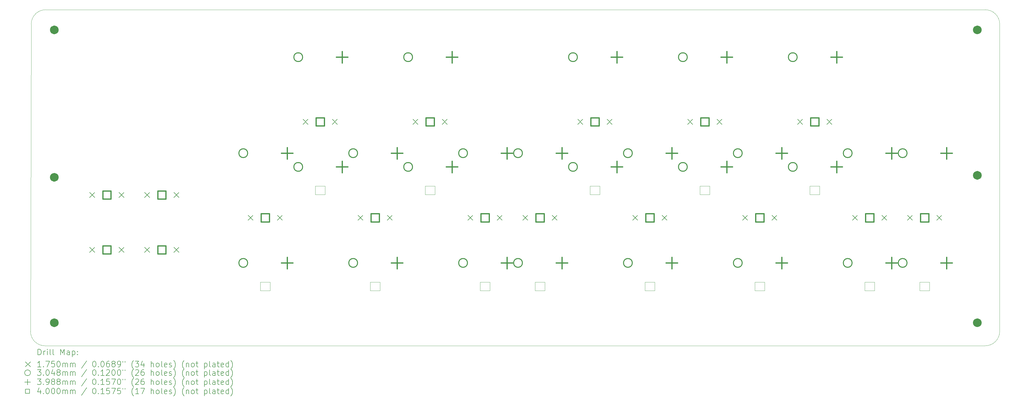
<source format=gbr>
%TF.GenerationSoftware,KiCad,Pcbnew,8.0.3*%
%TF.CreationDate,2024-07-07T23:06:26-07:00*%
%TF.ProjectId,melokey,6d656c6f-6b65-4792-9e6b-696361645f70,rev?*%
%TF.SameCoordinates,Original*%
%TF.FileFunction,Drillmap*%
%TF.FilePolarity,Positive*%
%FSLAX45Y45*%
G04 Gerber Fmt 4.5, Leading zero omitted, Abs format (unit mm)*
G04 Created by KiCad (PCBNEW 8.0.3) date 2024-07-07 23:06:26*
%MOMM*%
%LPD*%
G01*
G04 APERTURE LIST*
%ADD10C,0.050000*%
%ADD11C,1.525000*%
%ADD12C,0.010000*%
%ADD13C,0.200000*%
%ADD14C,0.175000*%
%ADD15C,0.304800*%
%ADD16C,0.398780*%
%ADD17C,0.400000*%
G04 APERTURE END LIST*
D10*
X6158875Y-24955625D02*
G75*
G02*
X5658875Y-24455625I0J500000D01*
G01*
X38758875Y-13287500D02*
G75*
G02*
X39258880Y-13787500I5J-500000D01*
G01*
X38758875Y-24955625D02*
X6158875Y-24955625D01*
D11*
X38559500Y-24155625D02*
G75*
G02*
X38407000Y-24155625I-76250J0D01*
G01*
X38407000Y-24155625D02*
G75*
G02*
X38559500Y-24155625I76250J0D01*
G01*
X6559500Y-19105625D02*
G75*
G02*
X6407000Y-19105625I-76250J0D01*
G01*
X6407000Y-19105625D02*
G75*
G02*
X6559500Y-19105625I76250J0D01*
G01*
D10*
X39258875Y-24455625D02*
G75*
G02*
X38758875Y-24955625I-499995J-5D01*
G01*
X39258875Y-13787500D02*
X39258875Y-24455625D01*
X5658875Y-24455625D02*
X5683250Y-13787500D01*
X5683250Y-13787500D02*
G75*
G02*
X6183250Y-13287500I500000J0D01*
G01*
D11*
X38559500Y-13987500D02*
G75*
G02*
X38407000Y-13987500I-76250J0D01*
G01*
X38407000Y-13987500D02*
G75*
G02*
X38559500Y-13987500I76250J0D01*
G01*
D10*
X6183250Y-13287500D02*
X38758875Y-13287500D01*
D11*
X38559500Y-19037500D02*
G75*
G02*
X38407000Y-19037500I-76250J0D01*
G01*
X38407000Y-19037500D02*
G75*
G02*
X38559500Y-19037500I76250J0D01*
G01*
X6559500Y-24155625D02*
G75*
G02*
X6407000Y-24155625I-76250J0D01*
G01*
X6407000Y-24155625D02*
G75*
G02*
X6559500Y-24155625I76250J0D01*
G01*
X6559500Y-13987500D02*
G75*
G02*
X6407000Y-13987500I-76250J0D01*
G01*
X6407000Y-13987500D02*
G75*
G02*
X6559500Y-13987500I76250J0D01*
G01*
D12*
X36485375Y-22741750D02*
X36825375Y-22741750D01*
X36485375Y-23041750D02*
X36485375Y-22741750D01*
X36825375Y-22741750D02*
X36825375Y-23041750D01*
X36825375Y-23041750D02*
X36485375Y-23041750D01*
X21245375Y-22741750D02*
X21585375Y-22741750D01*
X21245375Y-23041750D02*
X21245375Y-22741750D01*
X21585375Y-22741750D02*
X21585375Y-23041750D01*
X21585375Y-23041750D02*
X21245375Y-23041750D01*
X28865375Y-19408000D02*
X29205375Y-19408000D01*
X28865375Y-19708000D02*
X28865375Y-19408000D01*
X29205375Y-19408000D02*
X29205375Y-19708000D01*
X29205375Y-19708000D02*
X28865375Y-19708000D01*
X23150375Y-22741750D02*
X23490375Y-22741750D01*
X23150375Y-23041750D02*
X23150375Y-22741750D01*
X23490375Y-22741750D02*
X23490375Y-23041750D01*
X23490375Y-23041750D02*
X23150375Y-23041750D01*
X32675375Y-19408000D02*
X33015375Y-19408000D01*
X32675375Y-19708000D02*
X32675375Y-19408000D01*
X33015375Y-19408000D02*
X33015375Y-19708000D01*
X33015375Y-19708000D02*
X32675375Y-19708000D01*
X30770375Y-22741750D02*
X31110375Y-22741750D01*
X30770375Y-23041750D02*
X30770375Y-22741750D01*
X31110375Y-22741750D02*
X31110375Y-23041750D01*
X31110375Y-23041750D02*
X30770375Y-23041750D01*
X25055375Y-19408000D02*
X25395375Y-19408000D01*
X25055375Y-19708000D02*
X25055375Y-19408000D01*
X25395375Y-19408000D02*
X25395375Y-19708000D01*
X25395375Y-19708000D02*
X25055375Y-19708000D01*
X17435375Y-22741750D02*
X17775375Y-22741750D01*
X17435375Y-23041750D02*
X17435375Y-22741750D01*
X17775375Y-22741750D02*
X17775375Y-23041750D01*
X17775375Y-23041750D02*
X17435375Y-23041750D01*
X15530375Y-19408000D02*
X15870375Y-19408000D01*
X15530375Y-19708000D02*
X15530375Y-19408000D01*
X15870375Y-19408000D02*
X15870375Y-19708000D01*
X15870375Y-19708000D02*
X15530375Y-19708000D01*
X19340375Y-19408000D02*
X19680375Y-19408000D01*
X19340375Y-19708000D02*
X19340375Y-19408000D01*
X19680375Y-19408000D02*
X19680375Y-19708000D01*
X19680375Y-19708000D02*
X19340375Y-19708000D01*
X26960375Y-22741750D02*
X27300375Y-22741750D01*
X26960375Y-23041750D02*
X26960375Y-22741750D01*
X27300375Y-22741750D02*
X27300375Y-23041750D01*
X27300375Y-23041750D02*
X26960375Y-23041750D01*
X13625375Y-22741750D02*
X13965375Y-22741750D01*
X13625375Y-23041750D02*
X13625375Y-22741750D01*
X13965375Y-22741750D02*
X13965375Y-23041750D01*
X13965375Y-23041750D02*
X13625375Y-23041750D01*
X34580375Y-22741750D02*
X34920375Y-22741750D01*
X34580375Y-23041750D02*
X34580375Y-22741750D01*
X34920375Y-22741750D02*
X34920375Y-23041750D01*
X34920375Y-23041750D02*
X34580375Y-23041750D01*
D13*
D14*
X7707125Y-19629375D02*
X7882125Y-19804375D01*
X7882125Y-19629375D02*
X7707125Y-19804375D01*
X7707125Y-21534375D02*
X7882125Y-21709375D01*
X7882125Y-21534375D02*
X7707125Y-21709375D01*
X8723125Y-19629375D02*
X8898125Y-19804375D01*
X8898125Y-19629375D02*
X8723125Y-19804375D01*
X8723125Y-21534375D02*
X8898125Y-21709375D01*
X8898125Y-21534375D02*
X8723125Y-21709375D01*
X9612125Y-19629375D02*
X9787125Y-19804375D01*
X9787125Y-19629375D02*
X9612125Y-19804375D01*
X9612125Y-21534375D02*
X9787125Y-21709375D01*
X9787125Y-21534375D02*
X9612125Y-21709375D01*
X10628125Y-19629375D02*
X10803125Y-19804375D01*
X10803125Y-19629375D02*
X10628125Y-19804375D01*
X10628125Y-21534375D02*
X10803125Y-21709375D01*
X10803125Y-21534375D02*
X10628125Y-21709375D01*
X13199875Y-20423000D02*
X13374875Y-20598000D01*
X13374875Y-20423000D02*
X13199875Y-20598000D01*
X14215875Y-20423000D02*
X14390875Y-20598000D01*
X14390875Y-20423000D02*
X14215875Y-20598000D01*
X15104875Y-17089250D02*
X15279875Y-17264250D01*
X15279875Y-17089250D02*
X15104875Y-17264250D01*
X16120875Y-17089250D02*
X16295875Y-17264250D01*
X16295875Y-17089250D02*
X16120875Y-17264250D01*
X17009875Y-20423000D02*
X17184875Y-20598000D01*
X17184875Y-20423000D02*
X17009875Y-20598000D01*
X18025875Y-20423000D02*
X18200875Y-20598000D01*
X18200875Y-20423000D02*
X18025875Y-20598000D01*
X18914875Y-17089250D02*
X19089875Y-17264250D01*
X19089875Y-17089250D02*
X18914875Y-17264250D01*
X19930875Y-17089250D02*
X20105875Y-17264250D01*
X20105875Y-17089250D02*
X19930875Y-17264250D01*
X20819875Y-20423000D02*
X20994875Y-20598000D01*
X20994875Y-20423000D02*
X20819875Y-20598000D01*
X21835875Y-20423000D02*
X22010875Y-20598000D01*
X22010875Y-20423000D02*
X21835875Y-20598000D01*
X22724875Y-20423000D02*
X22899875Y-20598000D01*
X22899875Y-20423000D02*
X22724875Y-20598000D01*
X23740875Y-20423000D02*
X23915875Y-20598000D01*
X23915875Y-20423000D02*
X23740875Y-20598000D01*
X24629875Y-17089250D02*
X24804875Y-17264250D01*
X24804875Y-17089250D02*
X24629875Y-17264250D01*
X25645875Y-17089250D02*
X25820875Y-17264250D01*
X25820875Y-17089250D02*
X25645875Y-17264250D01*
X26534875Y-20423000D02*
X26709875Y-20598000D01*
X26709875Y-20423000D02*
X26534875Y-20598000D01*
X27550875Y-20423000D02*
X27725875Y-20598000D01*
X27725875Y-20423000D02*
X27550875Y-20598000D01*
X28439875Y-17089250D02*
X28614875Y-17264250D01*
X28614875Y-17089250D02*
X28439875Y-17264250D01*
X29455875Y-17089250D02*
X29630875Y-17264250D01*
X29630875Y-17089250D02*
X29455875Y-17264250D01*
X30344875Y-20423000D02*
X30519875Y-20598000D01*
X30519875Y-20423000D02*
X30344875Y-20598000D01*
X31360875Y-20423000D02*
X31535875Y-20598000D01*
X31535875Y-20423000D02*
X31360875Y-20598000D01*
X32249875Y-17089250D02*
X32424875Y-17264250D01*
X32424875Y-17089250D02*
X32249875Y-17264250D01*
X33265875Y-17089250D02*
X33440875Y-17264250D01*
X33440875Y-17089250D02*
X33265875Y-17264250D01*
X34154875Y-20423000D02*
X34329875Y-20598000D01*
X34329875Y-20423000D02*
X34154875Y-20598000D01*
X35170875Y-20423000D02*
X35345875Y-20598000D01*
X35345875Y-20423000D02*
X35170875Y-20598000D01*
X36059875Y-20423000D02*
X36234875Y-20598000D01*
X36234875Y-20423000D02*
X36059875Y-20598000D01*
X37075875Y-20423000D02*
X37250875Y-20598000D01*
X37250875Y-20423000D02*
X37075875Y-20598000D01*
D15*
X13187275Y-18268000D02*
G75*
G02*
X12882475Y-18268000I-152400J0D01*
G01*
X12882475Y-18268000D02*
G75*
G02*
X13187275Y-18268000I152400J0D01*
G01*
X13187275Y-22078000D02*
G75*
G02*
X12882475Y-22078000I-152400J0D01*
G01*
X12882475Y-22078000D02*
G75*
G02*
X13187275Y-22078000I152400J0D01*
G01*
X15092275Y-14934250D02*
G75*
G02*
X14787475Y-14934250I-152400J0D01*
G01*
X14787475Y-14934250D02*
G75*
G02*
X15092275Y-14934250I152400J0D01*
G01*
X15092275Y-18744250D02*
G75*
G02*
X14787475Y-18744250I-152400J0D01*
G01*
X14787475Y-18744250D02*
G75*
G02*
X15092275Y-18744250I152400J0D01*
G01*
X16997275Y-18268000D02*
G75*
G02*
X16692475Y-18268000I-152400J0D01*
G01*
X16692475Y-18268000D02*
G75*
G02*
X16997275Y-18268000I152400J0D01*
G01*
X16997275Y-22078000D02*
G75*
G02*
X16692475Y-22078000I-152400J0D01*
G01*
X16692475Y-22078000D02*
G75*
G02*
X16997275Y-22078000I152400J0D01*
G01*
X18902275Y-14934250D02*
G75*
G02*
X18597475Y-14934250I-152400J0D01*
G01*
X18597475Y-14934250D02*
G75*
G02*
X18902275Y-14934250I152400J0D01*
G01*
X18902275Y-18744250D02*
G75*
G02*
X18597475Y-18744250I-152400J0D01*
G01*
X18597475Y-18744250D02*
G75*
G02*
X18902275Y-18744250I152400J0D01*
G01*
X20807275Y-18268000D02*
G75*
G02*
X20502475Y-18268000I-152400J0D01*
G01*
X20502475Y-18268000D02*
G75*
G02*
X20807275Y-18268000I152400J0D01*
G01*
X20807275Y-22078000D02*
G75*
G02*
X20502475Y-22078000I-152400J0D01*
G01*
X20502475Y-22078000D02*
G75*
G02*
X20807275Y-22078000I152400J0D01*
G01*
X22712275Y-18268000D02*
G75*
G02*
X22407475Y-18268000I-152400J0D01*
G01*
X22407475Y-18268000D02*
G75*
G02*
X22712275Y-18268000I152400J0D01*
G01*
X22712275Y-22078000D02*
G75*
G02*
X22407475Y-22078000I-152400J0D01*
G01*
X22407475Y-22078000D02*
G75*
G02*
X22712275Y-22078000I152400J0D01*
G01*
X24617275Y-14934250D02*
G75*
G02*
X24312475Y-14934250I-152400J0D01*
G01*
X24312475Y-14934250D02*
G75*
G02*
X24617275Y-14934250I152400J0D01*
G01*
X24617275Y-18744250D02*
G75*
G02*
X24312475Y-18744250I-152400J0D01*
G01*
X24312475Y-18744250D02*
G75*
G02*
X24617275Y-18744250I152400J0D01*
G01*
X26522275Y-18268000D02*
G75*
G02*
X26217475Y-18268000I-152400J0D01*
G01*
X26217475Y-18268000D02*
G75*
G02*
X26522275Y-18268000I152400J0D01*
G01*
X26522275Y-22078000D02*
G75*
G02*
X26217475Y-22078000I-152400J0D01*
G01*
X26217475Y-22078000D02*
G75*
G02*
X26522275Y-22078000I152400J0D01*
G01*
X28427275Y-14934250D02*
G75*
G02*
X28122475Y-14934250I-152400J0D01*
G01*
X28122475Y-14934250D02*
G75*
G02*
X28427275Y-14934250I152400J0D01*
G01*
X28427275Y-18744250D02*
G75*
G02*
X28122475Y-18744250I-152400J0D01*
G01*
X28122475Y-18744250D02*
G75*
G02*
X28427275Y-18744250I152400J0D01*
G01*
X30332275Y-18268000D02*
G75*
G02*
X30027475Y-18268000I-152400J0D01*
G01*
X30027475Y-18268000D02*
G75*
G02*
X30332275Y-18268000I152400J0D01*
G01*
X30332275Y-22078000D02*
G75*
G02*
X30027475Y-22078000I-152400J0D01*
G01*
X30027475Y-22078000D02*
G75*
G02*
X30332275Y-22078000I152400J0D01*
G01*
X32237275Y-14934250D02*
G75*
G02*
X31932475Y-14934250I-152400J0D01*
G01*
X31932475Y-14934250D02*
G75*
G02*
X32237275Y-14934250I152400J0D01*
G01*
X32237275Y-18744250D02*
G75*
G02*
X31932475Y-18744250I-152400J0D01*
G01*
X31932475Y-18744250D02*
G75*
G02*
X32237275Y-18744250I152400J0D01*
G01*
X34142275Y-18268000D02*
G75*
G02*
X33837475Y-18268000I-152400J0D01*
G01*
X33837475Y-18268000D02*
G75*
G02*
X34142275Y-18268000I152400J0D01*
G01*
X34142275Y-22078000D02*
G75*
G02*
X33837475Y-22078000I-152400J0D01*
G01*
X33837475Y-22078000D02*
G75*
G02*
X34142275Y-22078000I152400J0D01*
G01*
X36047275Y-18268000D02*
G75*
G02*
X35742475Y-18268000I-152400J0D01*
G01*
X35742475Y-18268000D02*
G75*
G02*
X36047275Y-18268000I152400J0D01*
G01*
X36047275Y-22078000D02*
G75*
G02*
X35742475Y-22078000I-152400J0D01*
G01*
X35742475Y-22078000D02*
G75*
G02*
X36047275Y-22078000I152400J0D01*
G01*
D16*
X14555875Y-18068610D02*
X14555875Y-18467390D01*
X14356485Y-18268000D02*
X14755265Y-18268000D01*
X14555875Y-21878610D02*
X14555875Y-22277390D01*
X14356485Y-22078000D02*
X14755265Y-22078000D01*
X16460875Y-14734860D02*
X16460875Y-15133640D01*
X16261485Y-14934250D02*
X16660265Y-14934250D01*
X16460875Y-18544860D02*
X16460875Y-18943640D01*
X16261485Y-18744250D02*
X16660265Y-18744250D01*
X18365875Y-18068610D02*
X18365875Y-18467390D01*
X18166485Y-18268000D02*
X18565265Y-18268000D01*
X18365875Y-21878610D02*
X18365875Y-22277390D01*
X18166485Y-22078000D02*
X18565265Y-22078000D01*
X20270875Y-14734860D02*
X20270875Y-15133640D01*
X20071485Y-14934250D02*
X20470265Y-14934250D01*
X20270875Y-18544860D02*
X20270875Y-18943640D01*
X20071485Y-18744250D02*
X20470265Y-18744250D01*
X22175875Y-18068610D02*
X22175875Y-18467390D01*
X21976485Y-18268000D02*
X22375265Y-18268000D01*
X22175875Y-21878610D02*
X22175875Y-22277390D01*
X21976485Y-22078000D02*
X22375265Y-22078000D01*
X24080875Y-18068610D02*
X24080875Y-18467390D01*
X23881485Y-18268000D02*
X24280265Y-18268000D01*
X24080875Y-21878610D02*
X24080875Y-22277390D01*
X23881485Y-22078000D02*
X24280265Y-22078000D01*
X25985875Y-14734860D02*
X25985875Y-15133640D01*
X25786485Y-14934250D02*
X26185265Y-14934250D01*
X25985875Y-18544860D02*
X25985875Y-18943640D01*
X25786485Y-18744250D02*
X26185265Y-18744250D01*
X27890875Y-18068610D02*
X27890875Y-18467390D01*
X27691485Y-18268000D02*
X28090265Y-18268000D01*
X27890875Y-21878610D02*
X27890875Y-22277390D01*
X27691485Y-22078000D02*
X28090265Y-22078000D01*
X29795875Y-14734860D02*
X29795875Y-15133640D01*
X29596485Y-14934250D02*
X29995265Y-14934250D01*
X29795875Y-18544860D02*
X29795875Y-18943640D01*
X29596485Y-18744250D02*
X29995265Y-18744250D01*
X31700875Y-18068610D02*
X31700875Y-18467390D01*
X31501485Y-18268000D02*
X31900265Y-18268000D01*
X31700875Y-21878610D02*
X31700875Y-22277390D01*
X31501485Y-22078000D02*
X31900265Y-22078000D01*
X33605875Y-14734860D02*
X33605875Y-15133640D01*
X33406485Y-14934250D02*
X33805265Y-14934250D01*
X33605875Y-18544860D02*
X33605875Y-18943640D01*
X33406485Y-18744250D02*
X33805265Y-18744250D01*
X35510875Y-18068610D02*
X35510875Y-18467390D01*
X35311485Y-18268000D02*
X35710265Y-18268000D01*
X35510875Y-21878610D02*
X35510875Y-22277390D01*
X35311485Y-22078000D02*
X35710265Y-22078000D01*
X37415875Y-18068610D02*
X37415875Y-18467390D01*
X37216485Y-18268000D02*
X37615265Y-18268000D01*
X37415875Y-21878610D02*
X37415875Y-22277390D01*
X37216485Y-22078000D02*
X37615265Y-22078000D01*
D17*
X8444048Y-19858298D02*
X8444048Y-19575452D01*
X8161202Y-19575452D01*
X8161202Y-19858298D01*
X8444048Y-19858298D01*
X8444048Y-21763298D02*
X8444048Y-21480452D01*
X8161202Y-21480452D01*
X8161202Y-21763298D01*
X8444048Y-21763298D01*
X10349048Y-19858298D02*
X10349048Y-19575452D01*
X10066202Y-19575452D01*
X10066202Y-19858298D01*
X10349048Y-19858298D01*
X10349048Y-21763298D02*
X10349048Y-21480452D01*
X10066202Y-21480452D01*
X10066202Y-21763298D01*
X10349048Y-21763298D01*
X13936798Y-20651923D02*
X13936798Y-20369077D01*
X13653952Y-20369077D01*
X13653952Y-20651923D01*
X13936798Y-20651923D01*
X15841798Y-17318173D02*
X15841798Y-17035327D01*
X15558952Y-17035327D01*
X15558952Y-17318173D01*
X15841798Y-17318173D01*
X17746798Y-20651923D02*
X17746798Y-20369077D01*
X17463952Y-20369077D01*
X17463952Y-20651923D01*
X17746798Y-20651923D01*
X19651798Y-17318173D02*
X19651798Y-17035327D01*
X19368952Y-17035327D01*
X19368952Y-17318173D01*
X19651798Y-17318173D01*
X21556798Y-20651923D02*
X21556798Y-20369077D01*
X21273952Y-20369077D01*
X21273952Y-20651923D01*
X21556798Y-20651923D01*
X23461798Y-20651923D02*
X23461798Y-20369077D01*
X23178952Y-20369077D01*
X23178952Y-20651923D01*
X23461798Y-20651923D01*
X25366798Y-17318173D02*
X25366798Y-17035327D01*
X25083952Y-17035327D01*
X25083952Y-17318173D01*
X25366798Y-17318173D01*
X27271798Y-20651923D02*
X27271798Y-20369077D01*
X26988952Y-20369077D01*
X26988952Y-20651923D01*
X27271798Y-20651923D01*
X29176798Y-17318173D02*
X29176798Y-17035327D01*
X28893952Y-17035327D01*
X28893952Y-17318173D01*
X29176798Y-17318173D01*
X31081798Y-20651923D02*
X31081798Y-20369077D01*
X30798952Y-20369077D01*
X30798952Y-20651923D01*
X31081798Y-20651923D01*
X32986798Y-17318173D02*
X32986798Y-17035327D01*
X32703952Y-17035327D01*
X32703952Y-17318173D01*
X32986798Y-17318173D01*
X34891798Y-20651923D02*
X34891798Y-20369077D01*
X34608952Y-20369077D01*
X34608952Y-20651923D01*
X34891798Y-20651923D01*
X36796798Y-20651923D02*
X36796798Y-20369077D01*
X36513952Y-20369077D01*
X36513952Y-20651923D01*
X36796798Y-20651923D01*
D13*
X5917152Y-25269609D02*
X5917152Y-25069609D01*
X5917152Y-25069609D02*
X5964771Y-25069609D01*
X5964771Y-25069609D02*
X5993342Y-25079133D01*
X5993342Y-25079133D02*
X6012390Y-25098180D01*
X6012390Y-25098180D02*
X6021914Y-25117228D01*
X6021914Y-25117228D02*
X6031437Y-25155323D01*
X6031437Y-25155323D02*
X6031437Y-25183894D01*
X6031437Y-25183894D02*
X6021914Y-25221990D01*
X6021914Y-25221990D02*
X6012390Y-25241037D01*
X6012390Y-25241037D02*
X5993342Y-25260085D01*
X5993342Y-25260085D02*
X5964771Y-25269609D01*
X5964771Y-25269609D02*
X5917152Y-25269609D01*
X6117152Y-25269609D02*
X6117152Y-25136275D01*
X6117152Y-25174371D02*
X6126676Y-25155323D01*
X6126676Y-25155323D02*
X6136199Y-25145799D01*
X6136199Y-25145799D02*
X6155247Y-25136275D01*
X6155247Y-25136275D02*
X6174295Y-25136275D01*
X6240961Y-25269609D02*
X6240961Y-25136275D01*
X6240961Y-25069609D02*
X6231437Y-25079133D01*
X6231437Y-25079133D02*
X6240961Y-25088656D01*
X6240961Y-25088656D02*
X6250485Y-25079133D01*
X6250485Y-25079133D02*
X6240961Y-25069609D01*
X6240961Y-25069609D02*
X6240961Y-25088656D01*
X6364771Y-25269609D02*
X6345723Y-25260085D01*
X6345723Y-25260085D02*
X6336199Y-25241037D01*
X6336199Y-25241037D02*
X6336199Y-25069609D01*
X6469533Y-25269609D02*
X6450485Y-25260085D01*
X6450485Y-25260085D02*
X6440961Y-25241037D01*
X6440961Y-25241037D02*
X6440961Y-25069609D01*
X6698104Y-25269609D02*
X6698104Y-25069609D01*
X6698104Y-25069609D02*
X6764771Y-25212466D01*
X6764771Y-25212466D02*
X6831437Y-25069609D01*
X6831437Y-25069609D02*
X6831437Y-25269609D01*
X7012390Y-25269609D02*
X7012390Y-25164847D01*
X7012390Y-25164847D02*
X7002866Y-25145799D01*
X7002866Y-25145799D02*
X6983818Y-25136275D01*
X6983818Y-25136275D02*
X6945723Y-25136275D01*
X6945723Y-25136275D02*
X6926676Y-25145799D01*
X7012390Y-25260085D02*
X6993342Y-25269609D01*
X6993342Y-25269609D02*
X6945723Y-25269609D01*
X6945723Y-25269609D02*
X6926676Y-25260085D01*
X6926676Y-25260085D02*
X6917152Y-25241037D01*
X6917152Y-25241037D02*
X6917152Y-25221990D01*
X6917152Y-25221990D02*
X6926676Y-25202942D01*
X6926676Y-25202942D02*
X6945723Y-25193418D01*
X6945723Y-25193418D02*
X6993342Y-25193418D01*
X6993342Y-25193418D02*
X7012390Y-25183894D01*
X7107628Y-25136275D02*
X7107628Y-25336275D01*
X7107628Y-25145799D02*
X7126676Y-25136275D01*
X7126676Y-25136275D02*
X7164771Y-25136275D01*
X7164771Y-25136275D02*
X7183818Y-25145799D01*
X7183818Y-25145799D02*
X7193342Y-25155323D01*
X7193342Y-25155323D02*
X7202866Y-25174371D01*
X7202866Y-25174371D02*
X7202866Y-25231513D01*
X7202866Y-25231513D02*
X7193342Y-25250561D01*
X7193342Y-25250561D02*
X7183818Y-25260085D01*
X7183818Y-25260085D02*
X7164771Y-25269609D01*
X7164771Y-25269609D02*
X7126676Y-25269609D01*
X7126676Y-25269609D02*
X7107628Y-25260085D01*
X7288580Y-25250561D02*
X7298104Y-25260085D01*
X7298104Y-25260085D02*
X7288580Y-25269609D01*
X7288580Y-25269609D02*
X7279057Y-25260085D01*
X7279057Y-25260085D02*
X7288580Y-25250561D01*
X7288580Y-25250561D02*
X7288580Y-25269609D01*
X7288580Y-25145799D02*
X7298104Y-25155323D01*
X7298104Y-25155323D02*
X7288580Y-25164847D01*
X7288580Y-25164847D02*
X7279057Y-25155323D01*
X7279057Y-25155323D02*
X7288580Y-25145799D01*
X7288580Y-25145799D02*
X7288580Y-25164847D01*
D14*
X5481375Y-25510625D02*
X5656375Y-25685625D01*
X5656375Y-25510625D02*
X5481375Y-25685625D01*
D13*
X6021914Y-25689609D02*
X5907628Y-25689609D01*
X5964771Y-25689609D02*
X5964771Y-25489609D01*
X5964771Y-25489609D02*
X5945723Y-25518180D01*
X5945723Y-25518180D02*
X5926676Y-25537228D01*
X5926676Y-25537228D02*
X5907628Y-25546752D01*
X6107628Y-25670561D02*
X6117152Y-25680085D01*
X6117152Y-25680085D02*
X6107628Y-25689609D01*
X6107628Y-25689609D02*
X6098104Y-25680085D01*
X6098104Y-25680085D02*
X6107628Y-25670561D01*
X6107628Y-25670561D02*
X6107628Y-25689609D01*
X6183818Y-25489609D02*
X6317152Y-25489609D01*
X6317152Y-25489609D02*
X6231437Y-25689609D01*
X6488580Y-25489609D02*
X6393342Y-25489609D01*
X6393342Y-25489609D02*
X6383818Y-25584847D01*
X6383818Y-25584847D02*
X6393342Y-25575323D01*
X6393342Y-25575323D02*
X6412390Y-25565799D01*
X6412390Y-25565799D02*
X6460009Y-25565799D01*
X6460009Y-25565799D02*
X6479057Y-25575323D01*
X6479057Y-25575323D02*
X6488580Y-25584847D01*
X6488580Y-25584847D02*
X6498104Y-25603894D01*
X6498104Y-25603894D02*
X6498104Y-25651513D01*
X6498104Y-25651513D02*
X6488580Y-25670561D01*
X6488580Y-25670561D02*
X6479057Y-25680085D01*
X6479057Y-25680085D02*
X6460009Y-25689609D01*
X6460009Y-25689609D02*
X6412390Y-25689609D01*
X6412390Y-25689609D02*
X6393342Y-25680085D01*
X6393342Y-25680085D02*
X6383818Y-25670561D01*
X6621914Y-25489609D02*
X6640961Y-25489609D01*
X6640961Y-25489609D02*
X6660009Y-25499133D01*
X6660009Y-25499133D02*
X6669533Y-25508656D01*
X6669533Y-25508656D02*
X6679057Y-25527704D01*
X6679057Y-25527704D02*
X6688580Y-25565799D01*
X6688580Y-25565799D02*
X6688580Y-25613418D01*
X6688580Y-25613418D02*
X6679057Y-25651513D01*
X6679057Y-25651513D02*
X6669533Y-25670561D01*
X6669533Y-25670561D02*
X6660009Y-25680085D01*
X6660009Y-25680085D02*
X6640961Y-25689609D01*
X6640961Y-25689609D02*
X6621914Y-25689609D01*
X6621914Y-25689609D02*
X6602866Y-25680085D01*
X6602866Y-25680085D02*
X6593342Y-25670561D01*
X6593342Y-25670561D02*
X6583818Y-25651513D01*
X6583818Y-25651513D02*
X6574295Y-25613418D01*
X6574295Y-25613418D02*
X6574295Y-25565799D01*
X6574295Y-25565799D02*
X6583818Y-25527704D01*
X6583818Y-25527704D02*
X6593342Y-25508656D01*
X6593342Y-25508656D02*
X6602866Y-25499133D01*
X6602866Y-25499133D02*
X6621914Y-25489609D01*
X6774295Y-25689609D02*
X6774295Y-25556275D01*
X6774295Y-25575323D02*
X6783818Y-25565799D01*
X6783818Y-25565799D02*
X6802866Y-25556275D01*
X6802866Y-25556275D02*
X6831438Y-25556275D01*
X6831438Y-25556275D02*
X6850485Y-25565799D01*
X6850485Y-25565799D02*
X6860009Y-25584847D01*
X6860009Y-25584847D02*
X6860009Y-25689609D01*
X6860009Y-25584847D02*
X6869533Y-25565799D01*
X6869533Y-25565799D02*
X6888580Y-25556275D01*
X6888580Y-25556275D02*
X6917152Y-25556275D01*
X6917152Y-25556275D02*
X6936199Y-25565799D01*
X6936199Y-25565799D02*
X6945723Y-25584847D01*
X6945723Y-25584847D02*
X6945723Y-25689609D01*
X7040961Y-25689609D02*
X7040961Y-25556275D01*
X7040961Y-25575323D02*
X7050485Y-25565799D01*
X7050485Y-25565799D02*
X7069533Y-25556275D01*
X7069533Y-25556275D02*
X7098104Y-25556275D01*
X7098104Y-25556275D02*
X7117152Y-25565799D01*
X7117152Y-25565799D02*
X7126676Y-25584847D01*
X7126676Y-25584847D02*
X7126676Y-25689609D01*
X7126676Y-25584847D02*
X7136199Y-25565799D01*
X7136199Y-25565799D02*
X7155247Y-25556275D01*
X7155247Y-25556275D02*
X7183818Y-25556275D01*
X7183818Y-25556275D02*
X7202866Y-25565799D01*
X7202866Y-25565799D02*
X7212390Y-25584847D01*
X7212390Y-25584847D02*
X7212390Y-25689609D01*
X7602866Y-25480085D02*
X7431438Y-25737228D01*
X7860009Y-25489609D02*
X7879057Y-25489609D01*
X7879057Y-25489609D02*
X7898104Y-25499133D01*
X7898104Y-25499133D02*
X7907628Y-25508656D01*
X7907628Y-25508656D02*
X7917152Y-25527704D01*
X7917152Y-25527704D02*
X7926676Y-25565799D01*
X7926676Y-25565799D02*
X7926676Y-25613418D01*
X7926676Y-25613418D02*
X7917152Y-25651513D01*
X7917152Y-25651513D02*
X7907628Y-25670561D01*
X7907628Y-25670561D02*
X7898104Y-25680085D01*
X7898104Y-25680085D02*
X7879057Y-25689609D01*
X7879057Y-25689609D02*
X7860009Y-25689609D01*
X7860009Y-25689609D02*
X7840961Y-25680085D01*
X7840961Y-25680085D02*
X7831438Y-25670561D01*
X7831438Y-25670561D02*
X7821914Y-25651513D01*
X7821914Y-25651513D02*
X7812390Y-25613418D01*
X7812390Y-25613418D02*
X7812390Y-25565799D01*
X7812390Y-25565799D02*
X7821914Y-25527704D01*
X7821914Y-25527704D02*
X7831438Y-25508656D01*
X7831438Y-25508656D02*
X7840961Y-25499133D01*
X7840961Y-25499133D02*
X7860009Y-25489609D01*
X8012390Y-25670561D02*
X8021914Y-25680085D01*
X8021914Y-25680085D02*
X8012390Y-25689609D01*
X8012390Y-25689609D02*
X8002866Y-25680085D01*
X8002866Y-25680085D02*
X8012390Y-25670561D01*
X8012390Y-25670561D02*
X8012390Y-25689609D01*
X8145723Y-25489609D02*
X8164771Y-25489609D01*
X8164771Y-25489609D02*
X8183819Y-25499133D01*
X8183819Y-25499133D02*
X8193342Y-25508656D01*
X8193342Y-25508656D02*
X8202866Y-25527704D01*
X8202866Y-25527704D02*
X8212390Y-25565799D01*
X8212390Y-25565799D02*
X8212390Y-25613418D01*
X8212390Y-25613418D02*
X8202866Y-25651513D01*
X8202866Y-25651513D02*
X8193342Y-25670561D01*
X8193342Y-25670561D02*
X8183819Y-25680085D01*
X8183819Y-25680085D02*
X8164771Y-25689609D01*
X8164771Y-25689609D02*
X8145723Y-25689609D01*
X8145723Y-25689609D02*
X8126676Y-25680085D01*
X8126676Y-25680085D02*
X8117152Y-25670561D01*
X8117152Y-25670561D02*
X8107628Y-25651513D01*
X8107628Y-25651513D02*
X8098104Y-25613418D01*
X8098104Y-25613418D02*
X8098104Y-25565799D01*
X8098104Y-25565799D02*
X8107628Y-25527704D01*
X8107628Y-25527704D02*
X8117152Y-25508656D01*
X8117152Y-25508656D02*
X8126676Y-25499133D01*
X8126676Y-25499133D02*
X8145723Y-25489609D01*
X8383819Y-25489609D02*
X8345723Y-25489609D01*
X8345723Y-25489609D02*
X8326676Y-25499133D01*
X8326676Y-25499133D02*
X8317152Y-25508656D01*
X8317152Y-25508656D02*
X8298104Y-25537228D01*
X8298104Y-25537228D02*
X8288581Y-25575323D01*
X8288581Y-25575323D02*
X8288581Y-25651513D01*
X8288581Y-25651513D02*
X8298104Y-25670561D01*
X8298104Y-25670561D02*
X8307628Y-25680085D01*
X8307628Y-25680085D02*
X8326676Y-25689609D01*
X8326676Y-25689609D02*
X8364771Y-25689609D01*
X8364771Y-25689609D02*
X8383819Y-25680085D01*
X8383819Y-25680085D02*
X8393343Y-25670561D01*
X8393343Y-25670561D02*
X8402866Y-25651513D01*
X8402866Y-25651513D02*
X8402866Y-25603894D01*
X8402866Y-25603894D02*
X8393343Y-25584847D01*
X8393343Y-25584847D02*
X8383819Y-25575323D01*
X8383819Y-25575323D02*
X8364771Y-25565799D01*
X8364771Y-25565799D02*
X8326676Y-25565799D01*
X8326676Y-25565799D02*
X8307628Y-25575323D01*
X8307628Y-25575323D02*
X8298104Y-25584847D01*
X8298104Y-25584847D02*
X8288581Y-25603894D01*
X8517152Y-25575323D02*
X8498104Y-25565799D01*
X8498104Y-25565799D02*
X8488581Y-25556275D01*
X8488581Y-25556275D02*
X8479057Y-25537228D01*
X8479057Y-25537228D02*
X8479057Y-25527704D01*
X8479057Y-25527704D02*
X8488581Y-25508656D01*
X8488581Y-25508656D02*
X8498104Y-25499133D01*
X8498104Y-25499133D02*
X8517152Y-25489609D01*
X8517152Y-25489609D02*
X8555247Y-25489609D01*
X8555247Y-25489609D02*
X8574295Y-25499133D01*
X8574295Y-25499133D02*
X8583819Y-25508656D01*
X8583819Y-25508656D02*
X8593343Y-25527704D01*
X8593343Y-25527704D02*
X8593343Y-25537228D01*
X8593343Y-25537228D02*
X8583819Y-25556275D01*
X8583819Y-25556275D02*
X8574295Y-25565799D01*
X8574295Y-25565799D02*
X8555247Y-25575323D01*
X8555247Y-25575323D02*
X8517152Y-25575323D01*
X8517152Y-25575323D02*
X8498104Y-25584847D01*
X8498104Y-25584847D02*
X8488581Y-25594371D01*
X8488581Y-25594371D02*
X8479057Y-25613418D01*
X8479057Y-25613418D02*
X8479057Y-25651513D01*
X8479057Y-25651513D02*
X8488581Y-25670561D01*
X8488581Y-25670561D02*
X8498104Y-25680085D01*
X8498104Y-25680085D02*
X8517152Y-25689609D01*
X8517152Y-25689609D02*
X8555247Y-25689609D01*
X8555247Y-25689609D02*
X8574295Y-25680085D01*
X8574295Y-25680085D02*
X8583819Y-25670561D01*
X8583819Y-25670561D02*
X8593343Y-25651513D01*
X8593343Y-25651513D02*
X8593343Y-25613418D01*
X8593343Y-25613418D02*
X8583819Y-25594371D01*
X8583819Y-25594371D02*
X8574295Y-25584847D01*
X8574295Y-25584847D02*
X8555247Y-25575323D01*
X8688581Y-25689609D02*
X8726676Y-25689609D01*
X8726676Y-25689609D02*
X8745724Y-25680085D01*
X8745724Y-25680085D02*
X8755247Y-25670561D01*
X8755247Y-25670561D02*
X8774295Y-25641990D01*
X8774295Y-25641990D02*
X8783819Y-25603894D01*
X8783819Y-25603894D02*
X8783819Y-25527704D01*
X8783819Y-25527704D02*
X8774295Y-25508656D01*
X8774295Y-25508656D02*
X8764771Y-25499133D01*
X8764771Y-25499133D02*
X8745724Y-25489609D01*
X8745724Y-25489609D02*
X8707628Y-25489609D01*
X8707628Y-25489609D02*
X8688581Y-25499133D01*
X8688581Y-25499133D02*
X8679057Y-25508656D01*
X8679057Y-25508656D02*
X8669533Y-25527704D01*
X8669533Y-25527704D02*
X8669533Y-25575323D01*
X8669533Y-25575323D02*
X8679057Y-25594371D01*
X8679057Y-25594371D02*
X8688581Y-25603894D01*
X8688581Y-25603894D02*
X8707628Y-25613418D01*
X8707628Y-25613418D02*
X8745724Y-25613418D01*
X8745724Y-25613418D02*
X8764771Y-25603894D01*
X8764771Y-25603894D02*
X8774295Y-25594371D01*
X8774295Y-25594371D02*
X8783819Y-25575323D01*
X8860009Y-25489609D02*
X8860009Y-25527704D01*
X8936200Y-25489609D02*
X8936200Y-25527704D01*
X9231438Y-25765799D02*
X9221914Y-25756275D01*
X9221914Y-25756275D02*
X9202866Y-25727704D01*
X9202866Y-25727704D02*
X9193343Y-25708656D01*
X9193343Y-25708656D02*
X9183819Y-25680085D01*
X9183819Y-25680085D02*
X9174295Y-25632466D01*
X9174295Y-25632466D02*
X9174295Y-25594371D01*
X9174295Y-25594371D02*
X9183819Y-25546752D01*
X9183819Y-25546752D02*
X9193343Y-25518180D01*
X9193343Y-25518180D02*
X9202866Y-25499133D01*
X9202866Y-25499133D02*
X9221914Y-25470561D01*
X9221914Y-25470561D02*
X9231438Y-25461037D01*
X9288581Y-25489609D02*
X9412390Y-25489609D01*
X9412390Y-25489609D02*
X9345724Y-25565799D01*
X9345724Y-25565799D02*
X9374295Y-25565799D01*
X9374295Y-25565799D02*
X9393343Y-25575323D01*
X9393343Y-25575323D02*
X9402866Y-25584847D01*
X9402866Y-25584847D02*
X9412390Y-25603894D01*
X9412390Y-25603894D02*
X9412390Y-25651513D01*
X9412390Y-25651513D02*
X9402866Y-25670561D01*
X9402866Y-25670561D02*
X9393343Y-25680085D01*
X9393343Y-25680085D02*
X9374295Y-25689609D01*
X9374295Y-25689609D02*
X9317152Y-25689609D01*
X9317152Y-25689609D02*
X9298105Y-25680085D01*
X9298105Y-25680085D02*
X9288581Y-25670561D01*
X9583819Y-25556275D02*
X9583819Y-25689609D01*
X9536200Y-25480085D02*
X9488581Y-25622942D01*
X9488581Y-25622942D02*
X9612390Y-25622942D01*
X9840962Y-25689609D02*
X9840962Y-25489609D01*
X9926676Y-25689609D02*
X9926676Y-25584847D01*
X9926676Y-25584847D02*
X9917152Y-25565799D01*
X9917152Y-25565799D02*
X9898105Y-25556275D01*
X9898105Y-25556275D02*
X9869533Y-25556275D01*
X9869533Y-25556275D02*
X9850486Y-25565799D01*
X9850486Y-25565799D02*
X9840962Y-25575323D01*
X10050486Y-25689609D02*
X10031438Y-25680085D01*
X10031438Y-25680085D02*
X10021914Y-25670561D01*
X10021914Y-25670561D02*
X10012390Y-25651513D01*
X10012390Y-25651513D02*
X10012390Y-25594371D01*
X10012390Y-25594371D02*
X10021914Y-25575323D01*
X10021914Y-25575323D02*
X10031438Y-25565799D01*
X10031438Y-25565799D02*
X10050486Y-25556275D01*
X10050486Y-25556275D02*
X10079057Y-25556275D01*
X10079057Y-25556275D02*
X10098105Y-25565799D01*
X10098105Y-25565799D02*
X10107628Y-25575323D01*
X10107628Y-25575323D02*
X10117152Y-25594371D01*
X10117152Y-25594371D02*
X10117152Y-25651513D01*
X10117152Y-25651513D02*
X10107628Y-25670561D01*
X10107628Y-25670561D02*
X10098105Y-25680085D01*
X10098105Y-25680085D02*
X10079057Y-25689609D01*
X10079057Y-25689609D02*
X10050486Y-25689609D01*
X10231438Y-25689609D02*
X10212390Y-25680085D01*
X10212390Y-25680085D02*
X10202867Y-25661037D01*
X10202867Y-25661037D02*
X10202867Y-25489609D01*
X10383819Y-25680085D02*
X10364771Y-25689609D01*
X10364771Y-25689609D02*
X10326676Y-25689609D01*
X10326676Y-25689609D02*
X10307628Y-25680085D01*
X10307628Y-25680085D02*
X10298105Y-25661037D01*
X10298105Y-25661037D02*
X10298105Y-25584847D01*
X10298105Y-25584847D02*
X10307628Y-25565799D01*
X10307628Y-25565799D02*
X10326676Y-25556275D01*
X10326676Y-25556275D02*
X10364771Y-25556275D01*
X10364771Y-25556275D02*
X10383819Y-25565799D01*
X10383819Y-25565799D02*
X10393343Y-25584847D01*
X10393343Y-25584847D02*
X10393343Y-25603894D01*
X10393343Y-25603894D02*
X10298105Y-25622942D01*
X10469533Y-25680085D02*
X10488581Y-25689609D01*
X10488581Y-25689609D02*
X10526676Y-25689609D01*
X10526676Y-25689609D02*
X10545724Y-25680085D01*
X10545724Y-25680085D02*
X10555248Y-25661037D01*
X10555248Y-25661037D02*
X10555248Y-25651513D01*
X10555248Y-25651513D02*
X10545724Y-25632466D01*
X10545724Y-25632466D02*
X10526676Y-25622942D01*
X10526676Y-25622942D02*
X10498105Y-25622942D01*
X10498105Y-25622942D02*
X10479057Y-25613418D01*
X10479057Y-25613418D02*
X10469533Y-25594371D01*
X10469533Y-25594371D02*
X10469533Y-25584847D01*
X10469533Y-25584847D02*
X10479057Y-25565799D01*
X10479057Y-25565799D02*
X10498105Y-25556275D01*
X10498105Y-25556275D02*
X10526676Y-25556275D01*
X10526676Y-25556275D02*
X10545724Y-25565799D01*
X10621914Y-25765799D02*
X10631438Y-25756275D01*
X10631438Y-25756275D02*
X10650486Y-25727704D01*
X10650486Y-25727704D02*
X10660009Y-25708656D01*
X10660009Y-25708656D02*
X10669533Y-25680085D01*
X10669533Y-25680085D02*
X10679057Y-25632466D01*
X10679057Y-25632466D02*
X10679057Y-25594371D01*
X10679057Y-25594371D02*
X10669533Y-25546752D01*
X10669533Y-25546752D02*
X10660009Y-25518180D01*
X10660009Y-25518180D02*
X10650486Y-25499133D01*
X10650486Y-25499133D02*
X10631438Y-25470561D01*
X10631438Y-25470561D02*
X10621914Y-25461037D01*
X10983819Y-25765799D02*
X10974295Y-25756275D01*
X10974295Y-25756275D02*
X10955248Y-25727704D01*
X10955248Y-25727704D02*
X10945724Y-25708656D01*
X10945724Y-25708656D02*
X10936200Y-25680085D01*
X10936200Y-25680085D02*
X10926676Y-25632466D01*
X10926676Y-25632466D02*
X10926676Y-25594371D01*
X10926676Y-25594371D02*
X10936200Y-25546752D01*
X10936200Y-25546752D02*
X10945724Y-25518180D01*
X10945724Y-25518180D02*
X10955248Y-25499133D01*
X10955248Y-25499133D02*
X10974295Y-25470561D01*
X10974295Y-25470561D02*
X10983819Y-25461037D01*
X11060009Y-25556275D02*
X11060009Y-25689609D01*
X11060009Y-25575323D02*
X11069533Y-25565799D01*
X11069533Y-25565799D02*
X11088581Y-25556275D01*
X11088581Y-25556275D02*
X11117152Y-25556275D01*
X11117152Y-25556275D02*
X11136200Y-25565799D01*
X11136200Y-25565799D02*
X11145724Y-25584847D01*
X11145724Y-25584847D02*
X11145724Y-25689609D01*
X11269533Y-25689609D02*
X11250486Y-25680085D01*
X11250486Y-25680085D02*
X11240962Y-25670561D01*
X11240962Y-25670561D02*
X11231438Y-25651513D01*
X11231438Y-25651513D02*
X11231438Y-25594371D01*
X11231438Y-25594371D02*
X11240962Y-25575323D01*
X11240962Y-25575323D02*
X11250486Y-25565799D01*
X11250486Y-25565799D02*
X11269533Y-25556275D01*
X11269533Y-25556275D02*
X11298105Y-25556275D01*
X11298105Y-25556275D02*
X11317152Y-25565799D01*
X11317152Y-25565799D02*
X11326676Y-25575323D01*
X11326676Y-25575323D02*
X11336200Y-25594371D01*
X11336200Y-25594371D02*
X11336200Y-25651513D01*
X11336200Y-25651513D02*
X11326676Y-25670561D01*
X11326676Y-25670561D02*
X11317152Y-25680085D01*
X11317152Y-25680085D02*
X11298105Y-25689609D01*
X11298105Y-25689609D02*
X11269533Y-25689609D01*
X11393343Y-25556275D02*
X11469533Y-25556275D01*
X11421914Y-25489609D02*
X11421914Y-25661037D01*
X11421914Y-25661037D02*
X11431438Y-25680085D01*
X11431438Y-25680085D02*
X11450486Y-25689609D01*
X11450486Y-25689609D02*
X11469533Y-25689609D01*
X11688581Y-25556275D02*
X11688581Y-25756275D01*
X11688581Y-25565799D02*
X11707628Y-25556275D01*
X11707628Y-25556275D02*
X11745724Y-25556275D01*
X11745724Y-25556275D02*
X11764771Y-25565799D01*
X11764771Y-25565799D02*
X11774295Y-25575323D01*
X11774295Y-25575323D02*
X11783819Y-25594371D01*
X11783819Y-25594371D02*
X11783819Y-25651513D01*
X11783819Y-25651513D02*
X11774295Y-25670561D01*
X11774295Y-25670561D02*
X11764771Y-25680085D01*
X11764771Y-25680085D02*
X11745724Y-25689609D01*
X11745724Y-25689609D02*
X11707628Y-25689609D01*
X11707628Y-25689609D02*
X11688581Y-25680085D01*
X11898105Y-25689609D02*
X11879057Y-25680085D01*
X11879057Y-25680085D02*
X11869533Y-25661037D01*
X11869533Y-25661037D02*
X11869533Y-25489609D01*
X12060009Y-25689609D02*
X12060009Y-25584847D01*
X12060009Y-25584847D02*
X12050486Y-25565799D01*
X12050486Y-25565799D02*
X12031438Y-25556275D01*
X12031438Y-25556275D02*
X11993343Y-25556275D01*
X11993343Y-25556275D02*
X11974295Y-25565799D01*
X12060009Y-25680085D02*
X12040962Y-25689609D01*
X12040962Y-25689609D02*
X11993343Y-25689609D01*
X11993343Y-25689609D02*
X11974295Y-25680085D01*
X11974295Y-25680085D02*
X11964771Y-25661037D01*
X11964771Y-25661037D02*
X11964771Y-25641990D01*
X11964771Y-25641990D02*
X11974295Y-25622942D01*
X11974295Y-25622942D02*
X11993343Y-25613418D01*
X11993343Y-25613418D02*
X12040962Y-25613418D01*
X12040962Y-25613418D02*
X12060009Y-25603894D01*
X12126676Y-25556275D02*
X12202867Y-25556275D01*
X12155248Y-25489609D02*
X12155248Y-25661037D01*
X12155248Y-25661037D02*
X12164771Y-25680085D01*
X12164771Y-25680085D02*
X12183819Y-25689609D01*
X12183819Y-25689609D02*
X12202867Y-25689609D01*
X12345724Y-25680085D02*
X12326676Y-25689609D01*
X12326676Y-25689609D02*
X12288581Y-25689609D01*
X12288581Y-25689609D02*
X12269533Y-25680085D01*
X12269533Y-25680085D02*
X12260009Y-25661037D01*
X12260009Y-25661037D02*
X12260009Y-25584847D01*
X12260009Y-25584847D02*
X12269533Y-25565799D01*
X12269533Y-25565799D02*
X12288581Y-25556275D01*
X12288581Y-25556275D02*
X12326676Y-25556275D01*
X12326676Y-25556275D02*
X12345724Y-25565799D01*
X12345724Y-25565799D02*
X12355248Y-25584847D01*
X12355248Y-25584847D02*
X12355248Y-25603894D01*
X12355248Y-25603894D02*
X12260009Y-25622942D01*
X12526676Y-25689609D02*
X12526676Y-25489609D01*
X12526676Y-25680085D02*
X12507629Y-25689609D01*
X12507629Y-25689609D02*
X12469533Y-25689609D01*
X12469533Y-25689609D02*
X12450486Y-25680085D01*
X12450486Y-25680085D02*
X12440962Y-25670561D01*
X12440962Y-25670561D02*
X12431438Y-25651513D01*
X12431438Y-25651513D02*
X12431438Y-25594371D01*
X12431438Y-25594371D02*
X12440962Y-25575323D01*
X12440962Y-25575323D02*
X12450486Y-25565799D01*
X12450486Y-25565799D02*
X12469533Y-25556275D01*
X12469533Y-25556275D02*
X12507629Y-25556275D01*
X12507629Y-25556275D02*
X12526676Y-25565799D01*
X12602867Y-25765799D02*
X12612390Y-25756275D01*
X12612390Y-25756275D02*
X12631438Y-25727704D01*
X12631438Y-25727704D02*
X12640962Y-25708656D01*
X12640962Y-25708656D02*
X12650486Y-25680085D01*
X12650486Y-25680085D02*
X12660009Y-25632466D01*
X12660009Y-25632466D02*
X12660009Y-25594371D01*
X12660009Y-25594371D02*
X12650486Y-25546752D01*
X12650486Y-25546752D02*
X12640962Y-25518180D01*
X12640962Y-25518180D02*
X12631438Y-25499133D01*
X12631438Y-25499133D02*
X12612390Y-25470561D01*
X12612390Y-25470561D02*
X12602867Y-25461037D01*
X5656375Y-25893125D02*
G75*
G02*
X5456375Y-25893125I-100000J0D01*
G01*
X5456375Y-25893125D02*
G75*
G02*
X5656375Y-25893125I100000J0D01*
G01*
X5898104Y-25784609D02*
X6021914Y-25784609D01*
X6021914Y-25784609D02*
X5955247Y-25860799D01*
X5955247Y-25860799D02*
X5983818Y-25860799D01*
X5983818Y-25860799D02*
X6002866Y-25870323D01*
X6002866Y-25870323D02*
X6012390Y-25879847D01*
X6012390Y-25879847D02*
X6021914Y-25898894D01*
X6021914Y-25898894D02*
X6021914Y-25946513D01*
X6021914Y-25946513D02*
X6012390Y-25965561D01*
X6012390Y-25965561D02*
X6002866Y-25975085D01*
X6002866Y-25975085D02*
X5983818Y-25984609D01*
X5983818Y-25984609D02*
X5926676Y-25984609D01*
X5926676Y-25984609D02*
X5907628Y-25975085D01*
X5907628Y-25975085D02*
X5898104Y-25965561D01*
X6107628Y-25965561D02*
X6117152Y-25975085D01*
X6117152Y-25975085D02*
X6107628Y-25984609D01*
X6107628Y-25984609D02*
X6098104Y-25975085D01*
X6098104Y-25975085D02*
X6107628Y-25965561D01*
X6107628Y-25965561D02*
X6107628Y-25984609D01*
X6240961Y-25784609D02*
X6260009Y-25784609D01*
X6260009Y-25784609D02*
X6279057Y-25794133D01*
X6279057Y-25794133D02*
X6288580Y-25803656D01*
X6288580Y-25803656D02*
X6298104Y-25822704D01*
X6298104Y-25822704D02*
X6307628Y-25860799D01*
X6307628Y-25860799D02*
X6307628Y-25908418D01*
X6307628Y-25908418D02*
X6298104Y-25946513D01*
X6298104Y-25946513D02*
X6288580Y-25965561D01*
X6288580Y-25965561D02*
X6279057Y-25975085D01*
X6279057Y-25975085D02*
X6260009Y-25984609D01*
X6260009Y-25984609D02*
X6240961Y-25984609D01*
X6240961Y-25984609D02*
X6221914Y-25975085D01*
X6221914Y-25975085D02*
X6212390Y-25965561D01*
X6212390Y-25965561D02*
X6202866Y-25946513D01*
X6202866Y-25946513D02*
X6193342Y-25908418D01*
X6193342Y-25908418D02*
X6193342Y-25860799D01*
X6193342Y-25860799D02*
X6202866Y-25822704D01*
X6202866Y-25822704D02*
X6212390Y-25803656D01*
X6212390Y-25803656D02*
X6221914Y-25794133D01*
X6221914Y-25794133D02*
X6240961Y-25784609D01*
X6479057Y-25851275D02*
X6479057Y-25984609D01*
X6431437Y-25775085D02*
X6383818Y-25917942D01*
X6383818Y-25917942D02*
X6507628Y-25917942D01*
X6612390Y-25870323D02*
X6593342Y-25860799D01*
X6593342Y-25860799D02*
X6583818Y-25851275D01*
X6583818Y-25851275D02*
X6574295Y-25832228D01*
X6574295Y-25832228D02*
X6574295Y-25822704D01*
X6574295Y-25822704D02*
X6583818Y-25803656D01*
X6583818Y-25803656D02*
X6593342Y-25794133D01*
X6593342Y-25794133D02*
X6612390Y-25784609D01*
X6612390Y-25784609D02*
X6650485Y-25784609D01*
X6650485Y-25784609D02*
X6669533Y-25794133D01*
X6669533Y-25794133D02*
X6679057Y-25803656D01*
X6679057Y-25803656D02*
X6688580Y-25822704D01*
X6688580Y-25822704D02*
X6688580Y-25832228D01*
X6688580Y-25832228D02*
X6679057Y-25851275D01*
X6679057Y-25851275D02*
X6669533Y-25860799D01*
X6669533Y-25860799D02*
X6650485Y-25870323D01*
X6650485Y-25870323D02*
X6612390Y-25870323D01*
X6612390Y-25870323D02*
X6593342Y-25879847D01*
X6593342Y-25879847D02*
X6583818Y-25889371D01*
X6583818Y-25889371D02*
X6574295Y-25908418D01*
X6574295Y-25908418D02*
X6574295Y-25946513D01*
X6574295Y-25946513D02*
X6583818Y-25965561D01*
X6583818Y-25965561D02*
X6593342Y-25975085D01*
X6593342Y-25975085D02*
X6612390Y-25984609D01*
X6612390Y-25984609D02*
X6650485Y-25984609D01*
X6650485Y-25984609D02*
X6669533Y-25975085D01*
X6669533Y-25975085D02*
X6679057Y-25965561D01*
X6679057Y-25965561D02*
X6688580Y-25946513D01*
X6688580Y-25946513D02*
X6688580Y-25908418D01*
X6688580Y-25908418D02*
X6679057Y-25889371D01*
X6679057Y-25889371D02*
X6669533Y-25879847D01*
X6669533Y-25879847D02*
X6650485Y-25870323D01*
X6774295Y-25984609D02*
X6774295Y-25851275D01*
X6774295Y-25870323D02*
X6783818Y-25860799D01*
X6783818Y-25860799D02*
X6802866Y-25851275D01*
X6802866Y-25851275D02*
X6831438Y-25851275D01*
X6831438Y-25851275D02*
X6850485Y-25860799D01*
X6850485Y-25860799D02*
X6860009Y-25879847D01*
X6860009Y-25879847D02*
X6860009Y-25984609D01*
X6860009Y-25879847D02*
X6869533Y-25860799D01*
X6869533Y-25860799D02*
X6888580Y-25851275D01*
X6888580Y-25851275D02*
X6917152Y-25851275D01*
X6917152Y-25851275D02*
X6936199Y-25860799D01*
X6936199Y-25860799D02*
X6945723Y-25879847D01*
X6945723Y-25879847D02*
X6945723Y-25984609D01*
X7040961Y-25984609D02*
X7040961Y-25851275D01*
X7040961Y-25870323D02*
X7050485Y-25860799D01*
X7050485Y-25860799D02*
X7069533Y-25851275D01*
X7069533Y-25851275D02*
X7098104Y-25851275D01*
X7098104Y-25851275D02*
X7117152Y-25860799D01*
X7117152Y-25860799D02*
X7126676Y-25879847D01*
X7126676Y-25879847D02*
X7126676Y-25984609D01*
X7126676Y-25879847D02*
X7136199Y-25860799D01*
X7136199Y-25860799D02*
X7155247Y-25851275D01*
X7155247Y-25851275D02*
X7183818Y-25851275D01*
X7183818Y-25851275D02*
X7202866Y-25860799D01*
X7202866Y-25860799D02*
X7212390Y-25879847D01*
X7212390Y-25879847D02*
X7212390Y-25984609D01*
X7602866Y-25775085D02*
X7431438Y-26032228D01*
X7860009Y-25784609D02*
X7879057Y-25784609D01*
X7879057Y-25784609D02*
X7898104Y-25794133D01*
X7898104Y-25794133D02*
X7907628Y-25803656D01*
X7907628Y-25803656D02*
X7917152Y-25822704D01*
X7917152Y-25822704D02*
X7926676Y-25860799D01*
X7926676Y-25860799D02*
X7926676Y-25908418D01*
X7926676Y-25908418D02*
X7917152Y-25946513D01*
X7917152Y-25946513D02*
X7907628Y-25965561D01*
X7907628Y-25965561D02*
X7898104Y-25975085D01*
X7898104Y-25975085D02*
X7879057Y-25984609D01*
X7879057Y-25984609D02*
X7860009Y-25984609D01*
X7860009Y-25984609D02*
X7840961Y-25975085D01*
X7840961Y-25975085D02*
X7831438Y-25965561D01*
X7831438Y-25965561D02*
X7821914Y-25946513D01*
X7821914Y-25946513D02*
X7812390Y-25908418D01*
X7812390Y-25908418D02*
X7812390Y-25860799D01*
X7812390Y-25860799D02*
X7821914Y-25822704D01*
X7821914Y-25822704D02*
X7831438Y-25803656D01*
X7831438Y-25803656D02*
X7840961Y-25794133D01*
X7840961Y-25794133D02*
X7860009Y-25784609D01*
X8012390Y-25965561D02*
X8021914Y-25975085D01*
X8021914Y-25975085D02*
X8012390Y-25984609D01*
X8012390Y-25984609D02*
X8002866Y-25975085D01*
X8002866Y-25975085D02*
X8012390Y-25965561D01*
X8012390Y-25965561D02*
X8012390Y-25984609D01*
X8212390Y-25984609D02*
X8098104Y-25984609D01*
X8155247Y-25984609D02*
X8155247Y-25784609D01*
X8155247Y-25784609D02*
X8136200Y-25813180D01*
X8136200Y-25813180D02*
X8117152Y-25832228D01*
X8117152Y-25832228D02*
X8098104Y-25841752D01*
X8288581Y-25803656D02*
X8298104Y-25794133D01*
X8298104Y-25794133D02*
X8317152Y-25784609D01*
X8317152Y-25784609D02*
X8364771Y-25784609D01*
X8364771Y-25784609D02*
X8383819Y-25794133D01*
X8383819Y-25794133D02*
X8393343Y-25803656D01*
X8393343Y-25803656D02*
X8402866Y-25822704D01*
X8402866Y-25822704D02*
X8402866Y-25841752D01*
X8402866Y-25841752D02*
X8393343Y-25870323D01*
X8393343Y-25870323D02*
X8279057Y-25984609D01*
X8279057Y-25984609D02*
X8402866Y-25984609D01*
X8526676Y-25784609D02*
X8545724Y-25784609D01*
X8545724Y-25784609D02*
X8564771Y-25794133D01*
X8564771Y-25794133D02*
X8574295Y-25803656D01*
X8574295Y-25803656D02*
X8583819Y-25822704D01*
X8583819Y-25822704D02*
X8593343Y-25860799D01*
X8593343Y-25860799D02*
X8593343Y-25908418D01*
X8593343Y-25908418D02*
X8583819Y-25946513D01*
X8583819Y-25946513D02*
X8574295Y-25965561D01*
X8574295Y-25965561D02*
X8564771Y-25975085D01*
X8564771Y-25975085D02*
X8545724Y-25984609D01*
X8545724Y-25984609D02*
X8526676Y-25984609D01*
X8526676Y-25984609D02*
X8507628Y-25975085D01*
X8507628Y-25975085D02*
X8498104Y-25965561D01*
X8498104Y-25965561D02*
X8488581Y-25946513D01*
X8488581Y-25946513D02*
X8479057Y-25908418D01*
X8479057Y-25908418D02*
X8479057Y-25860799D01*
X8479057Y-25860799D02*
X8488581Y-25822704D01*
X8488581Y-25822704D02*
X8498104Y-25803656D01*
X8498104Y-25803656D02*
X8507628Y-25794133D01*
X8507628Y-25794133D02*
X8526676Y-25784609D01*
X8717152Y-25784609D02*
X8736200Y-25784609D01*
X8736200Y-25784609D02*
X8755247Y-25794133D01*
X8755247Y-25794133D02*
X8764771Y-25803656D01*
X8764771Y-25803656D02*
X8774295Y-25822704D01*
X8774295Y-25822704D02*
X8783819Y-25860799D01*
X8783819Y-25860799D02*
X8783819Y-25908418D01*
X8783819Y-25908418D02*
X8774295Y-25946513D01*
X8774295Y-25946513D02*
X8764771Y-25965561D01*
X8764771Y-25965561D02*
X8755247Y-25975085D01*
X8755247Y-25975085D02*
X8736200Y-25984609D01*
X8736200Y-25984609D02*
X8717152Y-25984609D01*
X8717152Y-25984609D02*
X8698104Y-25975085D01*
X8698104Y-25975085D02*
X8688581Y-25965561D01*
X8688581Y-25965561D02*
X8679057Y-25946513D01*
X8679057Y-25946513D02*
X8669533Y-25908418D01*
X8669533Y-25908418D02*
X8669533Y-25860799D01*
X8669533Y-25860799D02*
X8679057Y-25822704D01*
X8679057Y-25822704D02*
X8688581Y-25803656D01*
X8688581Y-25803656D02*
X8698104Y-25794133D01*
X8698104Y-25794133D02*
X8717152Y-25784609D01*
X8860009Y-25784609D02*
X8860009Y-25822704D01*
X8936200Y-25784609D02*
X8936200Y-25822704D01*
X9231438Y-26060799D02*
X9221914Y-26051275D01*
X9221914Y-26051275D02*
X9202866Y-26022704D01*
X9202866Y-26022704D02*
X9193343Y-26003656D01*
X9193343Y-26003656D02*
X9183819Y-25975085D01*
X9183819Y-25975085D02*
X9174295Y-25927466D01*
X9174295Y-25927466D02*
X9174295Y-25889371D01*
X9174295Y-25889371D02*
X9183819Y-25841752D01*
X9183819Y-25841752D02*
X9193343Y-25813180D01*
X9193343Y-25813180D02*
X9202866Y-25794133D01*
X9202866Y-25794133D02*
X9221914Y-25765561D01*
X9221914Y-25765561D02*
X9231438Y-25756037D01*
X9298105Y-25803656D02*
X9307628Y-25794133D01*
X9307628Y-25794133D02*
X9326676Y-25784609D01*
X9326676Y-25784609D02*
X9374295Y-25784609D01*
X9374295Y-25784609D02*
X9393343Y-25794133D01*
X9393343Y-25794133D02*
X9402866Y-25803656D01*
X9402866Y-25803656D02*
X9412390Y-25822704D01*
X9412390Y-25822704D02*
X9412390Y-25841752D01*
X9412390Y-25841752D02*
X9402866Y-25870323D01*
X9402866Y-25870323D02*
X9288581Y-25984609D01*
X9288581Y-25984609D02*
X9412390Y-25984609D01*
X9583819Y-25784609D02*
X9545724Y-25784609D01*
X9545724Y-25784609D02*
X9526676Y-25794133D01*
X9526676Y-25794133D02*
X9517152Y-25803656D01*
X9517152Y-25803656D02*
X9498105Y-25832228D01*
X9498105Y-25832228D02*
X9488581Y-25870323D01*
X9488581Y-25870323D02*
X9488581Y-25946513D01*
X9488581Y-25946513D02*
X9498105Y-25965561D01*
X9498105Y-25965561D02*
X9507628Y-25975085D01*
X9507628Y-25975085D02*
X9526676Y-25984609D01*
X9526676Y-25984609D02*
X9564771Y-25984609D01*
X9564771Y-25984609D02*
X9583819Y-25975085D01*
X9583819Y-25975085D02*
X9593343Y-25965561D01*
X9593343Y-25965561D02*
X9602866Y-25946513D01*
X9602866Y-25946513D02*
X9602866Y-25898894D01*
X9602866Y-25898894D02*
X9593343Y-25879847D01*
X9593343Y-25879847D02*
X9583819Y-25870323D01*
X9583819Y-25870323D02*
X9564771Y-25860799D01*
X9564771Y-25860799D02*
X9526676Y-25860799D01*
X9526676Y-25860799D02*
X9507628Y-25870323D01*
X9507628Y-25870323D02*
X9498105Y-25879847D01*
X9498105Y-25879847D02*
X9488581Y-25898894D01*
X9840962Y-25984609D02*
X9840962Y-25784609D01*
X9926676Y-25984609D02*
X9926676Y-25879847D01*
X9926676Y-25879847D02*
X9917152Y-25860799D01*
X9917152Y-25860799D02*
X9898105Y-25851275D01*
X9898105Y-25851275D02*
X9869533Y-25851275D01*
X9869533Y-25851275D02*
X9850486Y-25860799D01*
X9850486Y-25860799D02*
X9840962Y-25870323D01*
X10050486Y-25984609D02*
X10031438Y-25975085D01*
X10031438Y-25975085D02*
X10021914Y-25965561D01*
X10021914Y-25965561D02*
X10012390Y-25946513D01*
X10012390Y-25946513D02*
X10012390Y-25889371D01*
X10012390Y-25889371D02*
X10021914Y-25870323D01*
X10021914Y-25870323D02*
X10031438Y-25860799D01*
X10031438Y-25860799D02*
X10050486Y-25851275D01*
X10050486Y-25851275D02*
X10079057Y-25851275D01*
X10079057Y-25851275D02*
X10098105Y-25860799D01*
X10098105Y-25860799D02*
X10107628Y-25870323D01*
X10107628Y-25870323D02*
X10117152Y-25889371D01*
X10117152Y-25889371D02*
X10117152Y-25946513D01*
X10117152Y-25946513D02*
X10107628Y-25965561D01*
X10107628Y-25965561D02*
X10098105Y-25975085D01*
X10098105Y-25975085D02*
X10079057Y-25984609D01*
X10079057Y-25984609D02*
X10050486Y-25984609D01*
X10231438Y-25984609D02*
X10212390Y-25975085D01*
X10212390Y-25975085D02*
X10202867Y-25956037D01*
X10202867Y-25956037D02*
X10202867Y-25784609D01*
X10383819Y-25975085D02*
X10364771Y-25984609D01*
X10364771Y-25984609D02*
X10326676Y-25984609D01*
X10326676Y-25984609D02*
X10307628Y-25975085D01*
X10307628Y-25975085D02*
X10298105Y-25956037D01*
X10298105Y-25956037D02*
X10298105Y-25879847D01*
X10298105Y-25879847D02*
X10307628Y-25860799D01*
X10307628Y-25860799D02*
X10326676Y-25851275D01*
X10326676Y-25851275D02*
X10364771Y-25851275D01*
X10364771Y-25851275D02*
X10383819Y-25860799D01*
X10383819Y-25860799D02*
X10393343Y-25879847D01*
X10393343Y-25879847D02*
X10393343Y-25898894D01*
X10393343Y-25898894D02*
X10298105Y-25917942D01*
X10469533Y-25975085D02*
X10488581Y-25984609D01*
X10488581Y-25984609D02*
X10526676Y-25984609D01*
X10526676Y-25984609D02*
X10545724Y-25975085D01*
X10545724Y-25975085D02*
X10555248Y-25956037D01*
X10555248Y-25956037D02*
X10555248Y-25946513D01*
X10555248Y-25946513D02*
X10545724Y-25927466D01*
X10545724Y-25927466D02*
X10526676Y-25917942D01*
X10526676Y-25917942D02*
X10498105Y-25917942D01*
X10498105Y-25917942D02*
X10479057Y-25908418D01*
X10479057Y-25908418D02*
X10469533Y-25889371D01*
X10469533Y-25889371D02*
X10469533Y-25879847D01*
X10469533Y-25879847D02*
X10479057Y-25860799D01*
X10479057Y-25860799D02*
X10498105Y-25851275D01*
X10498105Y-25851275D02*
X10526676Y-25851275D01*
X10526676Y-25851275D02*
X10545724Y-25860799D01*
X10621914Y-26060799D02*
X10631438Y-26051275D01*
X10631438Y-26051275D02*
X10650486Y-26022704D01*
X10650486Y-26022704D02*
X10660009Y-26003656D01*
X10660009Y-26003656D02*
X10669533Y-25975085D01*
X10669533Y-25975085D02*
X10679057Y-25927466D01*
X10679057Y-25927466D02*
X10679057Y-25889371D01*
X10679057Y-25889371D02*
X10669533Y-25841752D01*
X10669533Y-25841752D02*
X10660009Y-25813180D01*
X10660009Y-25813180D02*
X10650486Y-25794133D01*
X10650486Y-25794133D02*
X10631438Y-25765561D01*
X10631438Y-25765561D02*
X10621914Y-25756037D01*
X10983819Y-26060799D02*
X10974295Y-26051275D01*
X10974295Y-26051275D02*
X10955248Y-26022704D01*
X10955248Y-26022704D02*
X10945724Y-26003656D01*
X10945724Y-26003656D02*
X10936200Y-25975085D01*
X10936200Y-25975085D02*
X10926676Y-25927466D01*
X10926676Y-25927466D02*
X10926676Y-25889371D01*
X10926676Y-25889371D02*
X10936200Y-25841752D01*
X10936200Y-25841752D02*
X10945724Y-25813180D01*
X10945724Y-25813180D02*
X10955248Y-25794133D01*
X10955248Y-25794133D02*
X10974295Y-25765561D01*
X10974295Y-25765561D02*
X10983819Y-25756037D01*
X11060009Y-25851275D02*
X11060009Y-25984609D01*
X11060009Y-25870323D02*
X11069533Y-25860799D01*
X11069533Y-25860799D02*
X11088581Y-25851275D01*
X11088581Y-25851275D02*
X11117152Y-25851275D01*
X11117152Y-25851275D02*
X11136200Y-25860799D01*
X11136200Y-25860799D02*
X11145724Y-25879847D01*
X11145724Y-25879847D02*
X11145724Y-25984609D01*
X11269533Y-25984609D02*
X11250486Y-25975085D01*
X11250486Y-25975085D02*
X11240962Y-25965561D01*
X11240962Y-25965561D02*
X11231438Y-25946513D01*
X11231438Y-25946513D02*
X11231438Y-25889371D01*
X11231438Y-25889371D02*
X11240962Y-25870323D01*
X11240962Y-25870323D02*
X11250486Y-25860799D01*
X11250486Y-25860799D02*
X11269533Y-25851275D01*
X11269533Y-25851275D02*
X11298105Y-25851275D01*
X11298105Y-25851275D02*
X11317152Y-25860799D01*
X11317152Y-25860799D02*
X11326676Y-25870323D01*
X11326676Y-25870323D02*
X11336200Y-25889371D01*
X11336200Y-25889371D02*
X11336200Y-25946513D01*
X11336200Y-25946513D02*
X11326676Y-25965561D01*
X11326676Y-25965561D02*
X11317152Y-25975085D01*
X11317152Y-25975085D02*
X11298105Y-25984609D01*
X11298105Y-25984609D02*
X11269533Y-25984609D01*
X11393343Y-25851275D02*
X11469533Y-25851275D01*
X11421914Y-25784609D02*
X11421914Y-25956037D01*
X11421914Y-25956037D02*
X11431438Y-25975085D01*
X11431438Y-25975085D02*
X11450486Y-25984609D01*
X11450486Y-25984609D02*
X11469533Y-25984609D01*
X11688581Y-25851275D02*
X11688581Y-26051275D01*
X11688581Y-25860799D02*
X11707628Y-25851275D01*
X11707628Y-25851275D02*
X11745724Y-25851275D01*
X11745724Y-25851275D02*
X11764771Y-25860799D01*
X11764771Y-25860799D02*
X11774295Y-25870323D01*
X11774295Y-25870323D02*
X11783819Y-25889371D01*
X11783819Y-25889371D02*
X11783819Y-25946513D01*
X11783819Y-25946513D02*
X11774295Y-25965561D01*
X11774295Y-25965561D02*
X11764771Y-25975085D01*
X11764771Y-25975085D02*
X11745724Y-25984609D01*
X11745724Y-25984609D02*
X11707628Y-25984609D01*
X11707628Y-25984609D02*
X11688581Y-25975085D01*
X11898105Y-25984609D02*
X11879057Y-25975085D01*
X11879057Y-25975085D02*
X11869533Y-25956037D01*
X11869533Y-25956037D02*
X11869533Y-25784609D01*
X12060009Y-25984609D02*
X12060009Y-25879847D01*
X12060009Y-25879847D02*
X12050486Y-25860799D01*
X12050486Y-25860799D02*
X12031438Y-25851275D01*
X12031438Y-25851275D02*
X11993343Y-25851275D01*
X11993343Y-25851275D02*
X11974295Y-25860799D01*
X12060009Y-25975085D02*
X12040962Y-25984609D01*
X12040962Y-25984609D02*
X11993343Y-25984609D01*
X11993343Y-25984609D02*
X11974295Y-25975085D01*
X11974295Y-25975085D02*
X11964771Y-25956037D01*
X11964771Y-25956037D02*
X11964771Y-25936990D01*
X11964771Y-25936990D02*
X11974295Y-25917942D01*
X11974295Y-25917942D02*
X11993343Y-25908418D01*
X11993343Y-25908418D02*
X12040962Y-25908418D01*
X12040962Y-25908418D02*
X12060009Y-25898894D01*
X12126676Y-25851275D02*
X12202867Y-25851275D01*
X12155248Y-25784609D02*
X12155248Y-25956037D01*
X12155248Y-25956037D02*
X12164771Y-25975085D01*
X12164771Y-25975085D02*
X12183819Y-25984609D01*
X12183819Y-25984609D02*
X12202867Y-25984609D01*
X12345724Y-25975085D02*
X12326676Y-25984609D01*
X12326676Y-25984609D02*
X12288581Y-25984609D01*
X12288581Y-25984609D02*
X12269533Y-25975085D01*
X12269533Y-25975085D02*
X12260009Y-25956037D01*
X12260009Y-25956037D02*
X12260009Y-25879847D01*
X12260009Y-25879847D02*
X12269533Y-25860799D01*
X12269533Y-25860799D02*
X12288581Y-25851275D01*
X12288581Y-25851275D02*
X12326676Y-25851275D01*
X12326676Y-25851275D02*
X12345724Y-25860799D01*
X12345724Y-25860799D02*
X12355248Y-25879847D01*
X12355248Y-25879847D02*
X12355248Y-25898894D01*
X12355248Y-25898894D02*
X12260009Y-25917942D01*
X12526676Y-25984609D02*
X12526676Y-25784609D01*
X12526676Y-25975085D02*
X12507629Y-25984609D01*
X12507629Y-25984609D02*
X12469533Y-25984609D01*
X12469533Y-25984609D02*
X12450486Y-25975085D01*
X12450486Y-25975085D02*
X12440962Y-25965561D01*
X12440962Y-25965561D02*
X12431438Y-25946513D01*
X12431438Y-25946513D02*
X12431438Y-25889371D01*
X12431438Y-25889371D02*
X12440962Y-25870323D01*
X12440962Y-25870323D02*
X12450486Y-25860799D01*
X12450486Y-25860799D02*
X12469533Y-25851275D01*
X12469533Y-25851275D02*
X12507629Y-25851275D01*
X12507629Y-25851275D02*
X12526676Y-25860799D01*
X12602867Y-26060799D02*
X12612390Y-26051275D01*
X12612390Y-26051275D02*
X12631438Y-26022704D01*
X12631438Y-26022704D02*
X12640962Y-26003656D01*
X12640962Y-26003656D02*
X12650486Y-25975085D01*
X12650486Y-25975085D02*
X12660009Y-25927466D01*
X12660009Y-25927466D02*
X12660009Y-25889371D01*
X12660009Y-25889371D02*
X12650486Y-25841752D01*
X12650486Y-25841752D02*
X12640962Y-25813180D01*
X12640962Y-25813180D02*
X12631438Y-25794133D01*
X12631438Y-25794133D02*
X12612390Y-25765561D01*
X12612390Y-25765561D02*
X12602867Y-25756037D01*
X5556375Y-26113125D02*
X5556375Y-26313125D01*
X5456375Y-26213125D02*
X5656375Y-26213125D01*
X5898104Y-26104609D02*
X6021914Y-26104609D01*
X6021914Y-26104609D02*
X5955247Y-26180799D01*
X5955247Y-26180799D02*
X5983818Y-26180799D01*
X5983818Y-26180799D02*
X6002866Y-26190323D01*
X6002866Y-26190323D02*
X6012390Y-26199847D01*
X6012390Y-26199847D02*
X6021914Y-26218894D01*
X6021914Y-26218894D02*
X6021914Y-26266513D01*
X6021914Y-26266513D02*
X6012390Y-26285561D01*
X6012390Y-26285561D02*
X6002866Y-26295085D01*
X6002866Y-26295085D02*
X5983818Y-26304609D01*
X5983818Y-26304609D02*
X5926676Y-26304609D01*
X5926676Y-26304609D02*
X5907628Y-26295085D01*
X5907628Y-26295085D02*
X5898104Y-26285561D01*
X6107628Y-26285561D02*
X6117152Y-26295085D01*
X6117152Y-26295085D02*
X6107628Y-26304609D01*
X6107628Y-26304609D02*
X6098104Y-26295085D01*
X6098104Y-26295085D02*
X6107628Y-26285561D01*
X6107628Y-26285561D02*
X6107628Y-26304609D01*
X6212390Y-26304609D02*
X6250485Y-26304609D01*
X6250485Y-26304609D02*
X6269533Y-26295085D01*
X6269533Y-26295085D02*
X6279057Y-26285561D01*
X6279057Y-26285561D02*
X6298104Y-26256990D01*
X6298104Y-26256990D02*
X6307628Y-26218894D01*
X6307628Y-26218894D02*
X6307628Y-26142704D01*
X6307628Y-26142704D02*
X6298104Y-26123656D01*
X6298104Y-26123656D02*
X6288580Y-26114133D01*
X6288580Y-26114133D02*
X6269533Y-26104609D01*
X6269533Y-26104609D02*
X6231437Y-26104609D01*
X6231437Y-26104609D02*
X6212390Y-26114133D01*
X6212390Y-26114133D02*
X6202866Y-26123656D01*
X6202866Y-26123656D02*
X6193342Y-26142704D01*
X6193342Y-26142704D02*
X6193342Y-26190323D01*
X6193342Y-26190323D02*
X6202866Y-26209371D01*
X6202866Y-26209371D02*
X6212390Y-26218894D01*
X6212390Y-26218894D02*
X6231437Y-26228418D01*
X6231437Y-26228418D02*
X6269533Y-26228418D01*
X6269533Y-26228418D02*
X6288580Y-26218894D01*
X6288580Y-26218894D02*
X6298104Y-26209371D01*
X6298104Y-26209371D02*
X6307628Y-26190323D01*
X6421914Y-26190323D02*
X6402866Y-26180799D01*
X6402866Y-26180799D02*
X6393342Y-26171275D01*
X6393342Y-26171275D02*
X6383818Y-26152228D01*
X6383818Y-26152228D02*
X6383818Y-26142704D01*
X6383818Y-26142704D02*
X6393342Y-26123656D01*
X6393342Y-26123656D02*
X6402866Y-26114133D01*
X6402866Y-26114133D02*
X6421914Y-26104609D01*
X6421914Y-26104609D02*
X6460009Y-26104609D01*
X6460009Y-26104609D02*
X6479057Y-26114133D01*
X6479057Y-26114133D02*
X6488580Y-26123656D01*
X6488580Y-26123656D02*
X6498104Y-26142704D01*
X6498104Y-26142704D02*
X6498104Y-26152228D01*
X6498104Y-26152228D02*
X6488580Y-26171275D01*
X6488580Y-26171275D02*
X6479057Y-26180799D01*
X6479057Y-26180799D02*
X6460009Y-26190323D01*
X6460009Y-26190323D02*
X6421914Y-26190323D01*
X6421914Y-26190323D02*
X6402866Y-26199847D01*
X6402866Y-26199847D02*
X6393342Y-26209371D01*
X6393342Y-26209371D02*
X6383818Y-26228418D01*
X6383818Y-26228418D02*
X6383818Y-26266513D01*
X6383818Y-26266513D02*
X6393342Y-26285561D01*
X6393342Y-26285561D02*
X6402866Y-26295085D01*
X6402866Y-26295085D02*
X6421914Y-26304609D01*
X6421914Y-26304609D02*
X6460009Y-26304609D01*
X6460009Y-26304609D02*
X6479057Y-26295085D01*
X6479057Y-26295085D02*
X6488580Y-26285561D01*
X6488580Y-26285561D02*
X6498104Y-26266513D01*
X6498104Y-26266513D02*
X6498104Y-26228418D01*
X6498104Y-26228418D02*
X6488580Y-26209371D01*
X6488580Y-26209371D02*
X6479057Y-26199847D01*
X6479057Y-26199847D02*
X6460009Y-26190323D01*
X6612390Y-26190323D02*
X6593342Y-26180799D01*
X6593342Y-26180799D02*
X6583818Y-26171275D01*
X6583818Y-26171275D02*
X6574295Y-26152228D01*
X6574295Y-26152228D02*
X6574295Y-26142704D01*
X6574295Y-26142704D02*
X6583818Y-26123656D01*
X6583818Y-26123656D02*
X6593342Y-26114133D01*
X6593342Y-26114133D02*
X6612390Y-26104609D01*
X6612390Y-26104609D02*
X6650485Y-26104609D01*
X6650485Y-26104609D02*
X6669533Y-26114133D01*
X6669533Y-26114133D02*
X6679057Y-26123656D01*
X6679057Y-26123656D02*
X6688580Y-26142704D01*
X6688580Y-26142704D02*
X6688580Y-26152228D01*
X6688580Y-26152228D02*
X6679057Y-26171275D01*
X6679057Y-26171275D02*
X6669533Y-26180799D01*
X6669533Y-26180799D02*
X6650485Y-26190323D01*
X6650485Y-26190323D02*
X6612390Y-26190323D01*
X6612390Y-26190323D02*
X6593342Y-26199847D01*
X6593342Y-26199847D02*
X6583818Y-26209371D01*
X6583818Y-26209371D02*
X6574295Y-26228418D01*
X6574295Y-26228418D02*
X6574295Y-26266513D01*
X6574295Y-26266513D02*
X6583818Y-26285561D01*
X6583818Y-26285561D02*
X6593342Y-26295085D01*
X6593342Y-26295085D02*
X6612390Y-26304609D01*
X6612390Y-26304609D02*
X6650485Y-26304609D01*
X6650485Y-26304609D02*
X6669533Y-26295085D01*
X6669533Y-26295085D02*
X6679057Y-26285561D01*
X6679057Y-26285561D02*
X6688580Y-26266513D01*
X6688580Y-26266513D02*
X6688580Y-26228418D01*
X6688580Y-26228418D02*
X6679057Y-26209371D01*
X6679057Y-26209371D02*
X6669533Y-26199847D01*
X6669533Y-26199847D02*
X6650485Y-26190323D01*
X6774295Y-26304609D02*
X6774295Y-26171275D01*
X6774295Y-26190323D02*
X6783818Y-26180799D01*
X6783818Y-26180799D02*
X6802866Y-26171275D01*
X6802866Y-26171275D02*
X6831438Y-26171275D01*
X6831438Y-26171275D02*
X6850485Y-26180799D01*
X6850485Y-26180799D02*
X6860009Y-26199847D01*
X6860009Y-26199847D02*
X6860009Y-26304609D01*
X6860009Y-26199847D02*
X6869533Y-26180799D01*
X6869533Y-26180799D02*
X6888580Y-26171275D01*
X6888580Y-26171275D02*
X6917152Y-26171275D01*
X6917152Y-26171275D02*
X6936199Y-26180799D01*
X6936199Y-26180799D02*
X6945723Y-26199847D01*
X6945723Y-26199847D02*
X6945723Y-26304609D01*
X7040961Y-26304609D02*
X7040961Y-26171275D01*
X7040961Y-26190323D02*
X7050485Y-26180799D01*
X7050485Y-26180799D02*
X7069533Y-26171275D01*
X7069533Y-26171275D02*
X7098104Y-26171275D01*
X7098104Y-26171275D02*
X7117152Y-26180799D01*
X7117152Y-26180799D02*
X7126676Y-26199847D01*
X7126676Y-26199847D02*
X7126676Y-26304609D01*
X7126676Y-26199847D02*
X7136199Y-26180799D01*
X7136199Y-26180799D02*
X7155247Y-26171275D01*
X7155247Y-26171275D02*
X7183818Y-26171275D01*
X7183818Y-26171275D02*
X7202866Y-26180799D01*
X7202866Y-26180799D02*
X7212390Y-26199847D01*
X7212390Y-26199847D02*
X7212390Y-26304609D01*
X7602866Y-26095085D02*
X7431438Y-26352228D01*
X7860009Y-26104609D02*
X7879057Y-26104609D01*
X7879057Y-26104609D02*
X7898104Y-26114133D01*
X7898104Y-26114133D02*
X7907628Y-26123656D01*
X7907628Y-26123656D02*
X7917152Y-26142704D01*
X7917152Y-26142704D02*
X7926676Y-26180799D01*
X7926676Y-26180799D02*
X7926676Y-26228418D01*
X7926676Y-26228418D02*
X7917152Y-26266513D01*
X7917152Y-26266513D02*
X7907628Y-26285561D01*
X7907628Y-26285561D02*
X7898104Y-26295085D01*
X7898104Y-26295085D02*
X7879057Y-26304609D01*
X7879057Y-26304609D02*
X7860009Y-26304609D01*
X7860009Y-26304609D02*
X7840961Y-26295085D01*
X7840961Y-26295085D02*
X7831438Y-26285561D01*
X7831438Y-26285561D02*
X7821914Y-26266513D01*
X7821914Y-26266513D02*
X7812390Y-26228418D01*
X7812390Y-26228418D02*
X7812390Y-26180799D01*
X7812390Y-26180799D02*
X7821914Y-26142704D01*
X7821914Y-26142704D02*
X7831438Y-26123656D01*
X7831438Y-26123656D02*
X7840961Y-26114133D01*
X7840961Y-26114133D02*
X7860009Y-26104609D01*
X8012390Y-26285561D02*
X8021914Y-26295085D01*
X8021914Y-26295085D02*
X8012390Y-26304609D01*
X8012390Y-26304609D02*
X8002866Y-26295085D01*
X8002866Y-26295085D02*
X8012390Y-26285561D01*
X8012390Y-26285561D02*
X8012390Y-26304609D01*
X8212390Y-26304609D02*
X8098104Y-26304609D01*
X8155247Y-26304609D02*
X8155247Y-26104609D01*
X8155247Y-26104609D02*
X8136200Y-26133180D01*
X8136200Y-26133180D02*
X8117152Y-26152228D01*
X8117152Y-26152228D02*
X8098104Y-26161752D01*
X8393343Y-26104609D02*
X8298104Y-26104609D01*
X8298104Y-26104609D02*
X8288581Y-26199847D01*
X8288581Y-26199847D02*
X8298104Y-26190323D01*
X8298104Y-26190323D02*
X8317152Y-26180799D01*
X8317152Y-26180799D02*
X8364771Y-26180799D01*
X8364771Y-26180799D02*
X8383819Y-26190323D01*
X8383819Y-26190323D02*
X8393343Y-26199847D01*
X8393343Y-26199847D02*
X8402866Y-26218894D01*
X8402866Y-26218894D02*
X8402866Y-26266513D01*
X8402866Y-26266513D02*
X8393343Y-26285561D01*
X8393343Y-26285561D02*
X8383819Y-26295085D01*
X8383819Y-26295085D02*
X8364771Y-26304609D01*
X8364771Y-26304609D02*
X8317152Y-26304609D01*
X8317152Y-26304609D02*
X8298104Y-26295085D01*
X8298104Y-26295085D02*
X8288581Y-26285561D01*
X8469533Y-26104609D02*
X8602866Y-26104609D01*
X8602866Y-26104609D02*
X8517152Y-26304609D01*
X8717152Y-26104609D02*
X8736200Y-26104609D01*
X8736200Y-26104609D02*
X8755247Y-26114133D01*
X8755247Y-26114133D02*
X8764771Y-26123656D01*
X8764771Y-26123656D02*
X8774295Y-26142704D01*
X8774295Y-26142704D02*
X8783819Y-26180799D01*
X8783819Y-26180799D02*
X8783819Y-26228418D01*
X8783819Y-26228418D02*
X8774295Y-26266513D01*
X8774295Y-26266513D02*
X8764771Y-26285561D01*
X8764771Y-26285561D02*
X8755247Y-26295085D01*
X8755247Y-26295085D02*
X8736200Y-26304609D01*
X8736200Y-26304609D02*
X8717152Y-26304609D01*
X8717152Y-26304609D02*
X8698104Y-26295085D01*
X8698104Y-26295085D02*
X8688581Y-26285561D01*
X8688581Y-26285561D02*
X8679057Y-26266513D01*
X8679057Y-26266513D02*
X8669533Y-26228418D01*
X8669533Y-26228418D02*
X8669533Y-26180799D01*
X8669533Y-26180799D02*
X8679057Y-26142704D01*
X8679057Y-26142704D02*
X8688581Y-26123656D01*
X8688581Y-26123656D02*
X8698104Y-26114133D01*
X8698104Y-26114133D02*
X8717152Y-26104609D01*
X8860009Y-26104609D02*
X8860009Y-26142704D01*
X8936200Y-26104609D02*
X8936200Y-26142704D01*
X9231438Y-26380799D02*
X9221914Y-26371275D01*
X9221914Y-26371275D02*
X9202866Y-26342704D01*
X9202866Y-26342704D02*
X9193343Y-26323656D01*
X9193343Y-26323656D02*
X9183819Y-26295085D01*
X9183819Y-26295085D02*
X9174295Y-26247466D01*
X9174295Y-26247466D02*
X9174295Y-26209371D01*
X9174295Y-26209371D02*
X9183819Y-26161752D01*
X9183819Y-26161752D02*
X9193343Y-26133180D01*
X9193343Y-26133180D02*
X9202866Y-26114133D01*
X9202866Y-26114133D02*
X9221914Y-26085561D01*
X9221914Y-26085561D02*
X9231438Y-26076037D01*
X9298105Y-26123656D02*
X9307628Y-26114133D01*
X9307628Y-26114133D02*
X9326676Y-26104609D01*
X9326676Y-26104609D02*
X9374295Y-26104609D01*
X9374295Y-26104609D02*
X9393343Y-26114133D01*
X9393343Y-26114133D02*
X9402866Y-26123656D01*
X9402866Y-26123656D02*
X9412390Y-26142704D01*
X9412390Y-26142704D02*
X9412390Y-26161752D01*
X9412390Y-26161752D02*
X9402866Y-26190323D01*
X9402866Y-26190323D02*
X9288581Y-26304609D01*
X9288581Y-26304609D02*
X9412390Y-26304609D01*
X9583819Y-26104609D02*
X9545724Y-26104609D01*
X9545724Y-26104609D02*
X9526676Y-26114133D01*
X9526676Y-26114133D02*
X9517152Y-26123656D01*
X9517152Y-26123656D02*
X9498105Y-26152228D01*
X9498105Y-26152228D02*
X9488581Y-26190323D01*
X9488581Y-26190323D02*
X9488581Y-26266513D01*
X9488581Y-26266513D02*
X9498105Y-26285561D01*
X9498105Y-26285561D02*
X9507628Y-26295085D01*
X9507628Y-26295085D02*
X9526676Y-26304609D01*
X9526676Y-26304609D02*
X9564771Y-26304609D01*
X9564771Y-26304609D02*
X9583819Y-26295085D01*
X9583819Y-26295085D02*
X9593343Y-26285561D01*
X9593343Y-26285561D02*
X9602866Y-26266513D01*
X9602866Y-26266513D02*
X9602866Y-26218894D01*
X9602866Y-26218894D02*
X9593343Y-26199847D01*
X9593343Y-26199847D02*
X9583819Y-26190323D01*
X9583819Y-26190323D02*
X9564771Y-26180799D01*
X9564771Y-26180799D02*
X9526676Y-26180799D01*
X9526676Y-26180799D02*
X9507628Y-26190323D01*
X9507628Y-26190323D02*
X9498105Y-26199847D01*
X9498105Y-26199847D02*
X9488581Y-26218894D01*
X9840962Y-26304609D02*
X9840962Y-26104609D01*
X9926676Y-26304609D02*
X9926676Y-26199847D01*
X9926676Y-26199847D02*
X9917152Y-26180799D01*
X9917152Y-26180799D02*
X9898105Y-26171275D01*
X9898105Y-26171275D02*
X9869533Y-26171275D01*
X9869533Y-26171275D02*
X9850486Y-26180799D01*
X9850486Y-26180799D02*
X9840962Y-26190323D01*
X10050486Y-26304609D02*
X10031438Y-26295085D01*
X10031438Y-26295085D02*
X10021914Y-26285561D01*
X10021914Y-26285561D02*
X10012390Y-26266513D01*
X10012390Y-26266513D02*
X10012390Y-26209371D01*
X10012390Y-26209371D02*
X10021914Y-26190323D01*
X10021914Y-26190323D02*
X10031438Y-26180799D01*
X10031438Y-26180799D02*
X10050486Y-26171275D01*
X10050486Y-26171275D02*
X10079057Y-26171275D01*
X10079057Y-26171275D02*
X10098105Y-26180799D01*
X10098105Y-26180799D02*
X10107628Y-26190323D01*
X10107628Y-26190323D02*
X10117152Y-26209371D01*
X10117152Y-26209371D02*
X10117152Y-26266513D01*
X10117152Y-26266513D02*
X10107628Y-26285561D01*
X10107628Y-26285561D02*
X10098105Y-26295085D01*
X10098105Y-26295085D02*
X10079057Y-26304609D01*
X10079057Y-26304609D02*
X10050486Y-26304609D01*
X10231438Y-26304609D02*
X10212390Y-26295085D01*
X10212390Y-26295085D02*
X10202867Y-26276037D01*
X10202867Y-26276037D02*
X10202867Y-26104609D01*
X10383819Y-26295085D02*
X10364771Y-26304609D01*
X10364771Y-26304609D02*
X10326676Y-26304609D01*
X10326676Y-26304609D02*
X10307628Y-26295085D01*
X10307628Y-26295085D02*
X10298105Y-26276037D01*
X10298105Y-26276037D02*
X10298105Y-26199847D01*
X10298105Y-26199847D02*
X10307628Y-26180799D01*
X10307628Y-26180799D02*
X10326676Y-26171275D01*
X10326676Y-26171275D02*
X10364771Y-26171275D01*
X10364771Y-26171275D02*
X10383819Y-26180799D01*
X10383819Y-26180799D02*
X10393343Y-26199847D01*
X10393343Y-26199847D02*
X10393343Y-26218894D01*
X10393343Y-26218894D02*
X10298105Y-26237942D01*
X10469533Y-26295085D02*
X10488581Y-26304609D01*
X10488581Y-26304609D02*
X10526676Y-26304609D01*
X10526676Y-26304609D02*
X10545724Y-26295085D01*
X10545724Y-26295085D02*
X10555248Y-26276037D01*
X10555248Y-26276037D02*
X10555248Y-26266513D01*
X10555248Y-26266513D02*
X10545724Y-26247466D01*
X10545724Y-26247466D02*
X10526676Y-26237942D01*
X10526676Y-26237942D02*
X10498105Y-26237942D01*
X10498105Y-26237942D02*
X10479057Y-26228418D01*
X10479057Y-26228418D02*
X10469533Y-26209371D01*
X10469533Y-26209371D02*
X10469533Y-26199847D01*
X10469533Y-26199847D02*
X10479057Y-26180799D01*
X10479057Y-26180799D02*
X10498105Y-26171275D01*
X10498105Y-26171275D02*
X10526676Y-26171275D01*
X10526676Y-26171275D02*
X10545724Y-26180799D01*
X10621914Y-26380799D02*
X10631438Y-26371275D01*
X10631438Y-26371275D02*
X10650486Y-26342704D01*
X10650486Y-26342704D02*
X10660009Y-26323656D01*
X10660009Y-26323656D02*
X10669533Y-26295085D01*
X10669533Y-26295085D02*
X10679057Y-26247466D01*
X10679057Y-26247466D02*
X10679057Y-26209371D01*
X10679057Y-26209371D02*
X10669533Y-26161752D01*
X10669533Y-26161752D02*
X10660009Y-26133180D01*
X10660009Y-26133180D02*
X10650486Y-26114133D01*
X10650486Y-26114133D02*
X10631438Y-26085561D01*
X10631438Y-26085561D02*
X10621914Y-26076037D01*
X10983819Y-26380799D02*
X10974295Y-26371275D01*
X10974295Y-26371275D02*
X10955248Y-26342704D01*
X10955248Y-26342704D02*
X10945724Y-26323656D01*
X10945724Y-26323656D02*
X10936200Y-26295085D01*
X10936200Y-26295085D02*
X10926676Y-26247466D01*
X10926676Y-26247466D02*
X10926676Y-26209371D01*
X10926676Y-26209371D02*
X10936200Y-26161752D01*
X10936200Y-26161752D02*
X10945724Y-26133180D01*
X10945724Y-26133180D02*
X10955248Y-26114133D01*
X10955248Y-26114133D02*
X10974295Y-26085561D01*
X10974295Y-26085561D02*
X10983819Y-26076037D01*
X11060009Y-26171275D02*
X11060009Y-26304609D01*
X11060009Y-26190323D02*
X11069533Y-26180799D01*
X11069533Y-26180799D02*
X11088581Y-26171275D01*
X11088581Y-26171275D02*
X11117152Y-26171275D01*
X11117152Y-26171275D02*
X11136200Y-26180799D01*
X11136200Y-26180799D02*
X11145724Y-26199847D01*
X11145724Y-26199847D02*
X11145724Y-26304609D01*
X11269533Y-26304609D02*
X11250486Y-26295085D01*
X11250486Y-26295085D02*
X11240962Y-26285561D01*
X11240962Y-26285561D02*
X11231438Y-26266513D01*
X11231438Y-26266513D02*
X11231438Y-26209371D01*
X11231438Y-26209371D02*
X11240962Y-26190323D01*
X11240962Y-26190323D02*
X11250486Y-26180799D01*
X11250486Y-26180799D02*
X11269533Y-26171275D01*
X11269533Y-26171275D02*
X11298105Y-26171275D01*
X11298105Y-26171275D02*
X11317152Y-26180799D01*
X11317152Y-26180799D02*
X11326676Y-26190323D01*
X11326676Y-26190323D02*
X11336200Y-26209371D01*
X11336200Y-26209371D02*
X11336200Y-26266513D01*
X11336200Y-26266513D02*
X11326676Y-26285561D01*
X11326676Y-26285561D02*
X11317152Y-26295085D01*
X11317152Y-26295085D02*
X11298105Y-26304609D01*
X11298105Y-26304609D02*
X11269533Y-26304609D01*
X11393343Y-26171275D02*
X11469533Y-26171275D01*
X11421914Y-26104609D02*
X11421914Y-26276037D01*
X11421914Y-26276037D02*
X11431438Y-26295085D01*
X11431438Y-26295085D02*
X11450486Y-26304609D01*
X11450486Y-26304609D02*
X11469533Y-26304609D01*
X11688581Y-26171275D02*
X11688581Y-26371275D01*
X11688581Y-26180799D02*
X11707628Y-26171275D01*
X11707628Y-26171275D02*
X11745724Y-26171275D01*
X11745724Y-26171275D02*
X11764771Y-26180799D01*
X11764771Y-26180799D02*
X11774295Y-26190323D01*
X11774295Y-26190323D02*
X11783819Y-26209371D01*
X11783819Y-26209371D02*
X11783819Y-26266513D01*
X11783819Y-26266513D02*
X11774295Y-26285561D01*
X11774295Y-26285561D02*
X11764771Y-26295085D01*
X11764771Y-26295085D02*
X11745724Y-26304609D01*
X11745724Y-26304609D02*
X11707628Y-26304609D01*
X11707628Y-26304609D02*
X11688581Y-26295085D01*
X11898105Y-26304609D02*
X11879057Y-26295085D01*
X11879057Y-26295085D02*
X11869533Y-26276037D01*
X11869533Y-26276037D02*
X11869533Y-26104609D01*
X12060009Y-26304609D02*
X12060009Y-26199847D01*
X12060009Y-26199847D02*
X12050486Y-26180799D01*
X12050486Y-26180799D02*
X12031438Y-26171275D01*
X12031438Y-26171275D02*
X11993343Y-26171275D01*
X11993343Y-26171275D02*
X11974295Y-26180799D01*
X12060009Y-26295085D02*
X12040962Y-26304609D01*
X12040962Y-26304609D02*
X11993343Y-26304609D01*
X11993343Y-26304609D02*
X11974295Y-26295085D01*
X11974295Y-26295085D02*
X11964771Y-26276037D01*
X11964771Y-26276037D02*
X11964771Y-26256990D01*
X11964771Y-26256990D02*
X11974295Y-26237942D01*
X11974295Y-26237942D02*
X11993343Y-26228418D01*
X11993343Y-26228418D02*
X12040962Y-26228418D01*
X12040962Y-26228418D02*
X12060009Y-26218894D01*
X12126676Y-26171275D02*
X12202867Y-26171275D01*
X12155248Y-26104609D02*
X12155248Y-26276037D01*
X12155248Y-26276037D02*
X12164771Y-26295085D01*
X12164771Y-26295085D02*
X12183819Y-26304609D01*
X12183819Y-26304609D02*
X12202867Y-26304609D01*
X12345724Y-26295085D02*
X12326676Y-26304609D01*
X12326676Y-26304609D02*
X12288581Y-26304609D01*
X12288581Y-26304609D02*
X12269533Y-26295085D01*
X12269533Y-26295085D02*
X12260009Y-26276037D01*
X12260009Y-26276037D02*
X12260009Y-26199847D01*
X12260009Y-26199847D02*
X12269533Y-26180799D01*
X12269533Y-26180799D02*
X12288581Y-26171275D01*
X12288581Y-26171275D02*
X12326676Y-26171275D01*
X12326676Y-26171275D02*
X12345724Y-26180799D01*
X12345724Y-26180799D02*
X12355248Y-26199847D01*
X12355248Y-26199847D02*
X12355248Y-26218894D01*
X12355248Y-26218894D02*
X12260009Y-26237942D01*
X12526676Y-26304609D02*
X12526676Y-26104609D01*
X12526676Y-26295085D02*
X12507629Y-26304609D01*
X12507629Y-26304609D02*
X12469533Y-26304609D01*
X12469533Y-26304609D02*
X12450486Y-26295085D01*
X12450486Y-26295085D02*
X12440962Y-26285561D01*
X12440962Y-26285561D02*
X12431438Y-26266513D01*
X12431438Y-26266513D02*
X12431438Y-26209371D01*
X12431438Y-26209371D02*
X12440962Y-26190323D01*
X12440962Y-26190323D02*
X12450486Y-26180799D01*
X12450486Y-26180799D02*
X12469533Y-26171275D01*
X12469533Y-26171275D02*
X12507629Y-26171275D01*
X12507629Y-26171275D02*
X12526676Y-26180799D01*
X12602867Y-26380799D02*
X12612390Y-26371275D01*
X12612390Y-26371275D02*
X12631438Y-26342704D01*
X12631438Y-26342704D02*
X12640962Y-26323656D01*
X12640962Y-26323656D02*
X12650486Y-26295085D01*
X12650486Y-26295085D02*
X12660009Y-26247466D01*
X12660009Y-26247466D02*
X12660009Y-26209371D01*
X12660009Y-26209371D02*
X12650486Y-26161752D01*
X12650486Y-26161752D02*
X12640962Y-26133180D01*
X12640962Y-26133180D02*
X12631438Y-26114133D01*
X12631438Y-26114133D02*
X12612390Y-26085561D01*
X12612390Y-26085561D02*
X12602867Y-26076037D01*
X5627086Y-26603836D02*
X5627086Y-26462414D01*
X5485664Y-26462414D01*
X5485664Y-26603836D01*
X5627086Y-26603836D01*
X6002866Y-26491275D02*
X6002866Y-26624609D01*
X5955247Y-26415085D02*
X5907628Y-26557942D01*
X5907628Y-26557942D02*
X6031437Y-26557942D01*
X6107628Y-26605561D02*
X6117152Y-26615085D01*
X6117152Y-26615085D02*
X6107628Y-26624609D01*
X6107628Y-26624609D02*
X6098104Y-26615085D01*
X6098104Y-26615085D02*
X6107628Y-26605561D01*
X6107628Y-26605561D02*
X6107628Y-26624609D01*
X6240961Y-26424609D02*
X6260009Y-26424609D01*
X6260009Y-26424609D02*
X6279057Y-26434133D01*
X6279057Y-26434133D02*
X6288580Y-26443656D01*
X6288580Y-26443656D02*
X6298104Y-26462704D01*
X6298104Y-26462704D02*
X6307628Y-26500799D01*
X6307628Y-26500799D02*
X6307628Y-26548418D01*
X6307628Y-26548418D02*
X6298104Y-26586513D01*
X6298104Y-26586513D02*
X6288580Y-26605561D01*
X6288580Y-26605561D02*
X6279057Y-26615085D01*
X6279057Y-26615085D02*
X6260009Y-26624609D01*
X6260009Y-26624609D02*
X6240961Y-26624609D01*
X6240961Y-26624609D02*
X6221914Y-26615085D01*
X6221914Y-26615085D02*
X6212390Y-26605561D01*
X6212390Y-26605561D02*
X6202866Y-26586513D01*
X6202866Y-26586513D02*
X6193342Y-26548418D01*
X6193342Y-26548418D02*
X6193342Y-26500799D01*
X6193342Y-26500799D02*
X6202866Y-26462704D01*
X6202866Y-26462704D02*
X6212390Y-26443656D01*
X6212390Y-26443656D02*
X6221914Y-26434133D01*
X6221914Y-26434133D02*
X6240961Y-26424609D01*
X6431437Y-26424609D02*
X6450485Y-26424609D01*
X6450485Y-26424609D02*
X6469533Y-26434133D01*
X6469533Y-26434133D02*
X6479057Y-26443656D01*
X6479057Y-26443656D02*
X6488580Y-26462704D01*
X6488580Y-26462704D02*
X6498104Y-26500799D01*
X6498104Y-26500799D02*
X6498104Y-26548418D01*
X6498104Y-26548418D02*
X6488580Y-26586513D01*
X6488580Y-26586513D02*
X6479057Y-26605561D01*
X6479057Y-26605561D02*
X6469533Y-26615085D01*
X6469533Y-26615085D02*
X6450485Y-26624609D01*
X6450485Y-26624609D02*
X6431437Y-26624609D01*
X6431437Y-26624609D02*
X6412390Y-26615085D01*
X6412390Y-26615085D02*
X6402866Y-26605561D01*
X6402866Y-26605561D02*
X6393342Y-26586513D01*
X6393342Y-26586513D02*
X6383818Y-26548418D01*
X6383818Y-26548418D02*
X6383818Y-26500799D01*
X6383818Y-26500799D02*
X6393342Y-26462704D01*
X6393342Y-26462704D02*
X6402866Y-26443656D01*
X6402866Y-26443656D02*
X6412390Y-26434133D01*
X6412390Y-26434133D02*
X6431437Y-26424609D01*
X6621914Y-26424609D02*
X6640961Y-26424609D01*
X6640961Y-26424609D02*
X6660009Y-26434133D01*
X6660009Y-26434133D02*
X6669533Y-26443656D01*
X6669533Y-26443656D02*
X6679057Y-26462704D01*
X6679057Y-26462704D02*
X6688580Y-26500799D01*
X6688580Y-26500799D02*
X6688580Y-26548418D01*
X6688580Y-26548418D02*
X6679057Y-26586513D01*
X6679057Y-26586513D02*
X6669533Y-26605561D01*
X6669533Y-26605561D02*
X6660009Y-26615085D01*
X6660009Y-26615085D02*
X6640961Y-26624609D01*
X6640961Y-26624609D02*
X6621914Y-26624609D01*
X6621914Y-26624609D02*
X6602866Y-26615085D01*
X6602866Y-26615085D02*
X6593342Y-26605561D01*
X6593342Y-26605561D02*
X6583818Y-26586513D01*
X6583818Y-26586513D02*
X6574295Y-26548418D01*
X6574295Y-26548418D02*
X6574295Y-26500799D01*
X6574295Y-26500799D02*
X6583818Y-26462704D01*
X6583818Y-26462704D02*
X6593342Y-26443656D01*
X6593342Y-26443656D02*
X6602866Y-26434133D01*
X6602866Y-26434133D02*
X6621914Y-26424609D01*
X6774295Y-26624609D02*
X6774295Y-26491275D01*
X6774295Y-26510323D02*
X6783818Y-26500799D01*
X6783818Y-26500799D02*
X6802866Y-26491275D01*
X6802866Y-26491275D02*
X6831438Y-26491275D01*
X6831438Y-26491275D02*
X6850485Y-26500799D01*
X6850485Y-26500799D02*
X6860009Y-26519847D01*
X6860009Y-26519847D02*
X6860009Y-26624609D01*
X6860009Y-26519847D02*
X6869533Y-26500799D01*
X6869533Y-26500799D02*
X6888580Y-26491275D01*
X6888580Y-26491275D02*
X6917152Y-26491275D01*
X6917152Y-26491275D02*
X6936199Y-26500799D01*
X6936199Y-26500799D02*
X6945723Y-26519847D01*
X6945723Y-26519847D02*
X6945723Y-26624609D01*
X7040961Y-26624609D02*
X7040961Y-26491275D01*
X7040961Y-26510323D02*
X7050485Y-26500799D01*
X7050485Y-26500799D02*
X7069533Y-26491275D01*
X7069533Y-26491275D02*
X7098104Y-26491275D01*
X7098104Y-26491275D02*
X7117152Y-26500799D01*
X7117152Y-26500799D02*
X7126676Y-26519847D01*
X7126676Y-26519847D02*
X7126676Y-26624609D01*
X7126676Y-26519847D02*
X7136199Y-26500799D01*
X7136199Y-26500799D02*
X7155247Y-26491275D01*
X7155247Y-26491275D02*
X7183818Y-26491275D01*
X7183818Y-26491275D02*
X7202866Y-26500799D01*
X7202866Y-26500799D02*
X7212390Y-26519847D01*
X7212390Y-26519847D02*
X7212390Y-26624609D01*
X7602866Y-26415085D02*
X7431438Y-26672228D01*
X7860009Y-26424609D02*
X7879057Y-26424609D01*
X7879057Y-26424609D02*
X7898104Y-26434133D01*
X7898104Y-26434133D02*
X7907628Y-26443656D01*
X7907628Y-26443656D02*
X7917152Y-26462704D01*
X7917152Y-26462704D02*
X7926676Y-26500799D01*
X7926676Y-26500799D02*
X7926676Y-26548418D01*
X7926676Y-26548418D02*
X7917152Y-26586513D01*
X7917152Y-26586513D02*
X7907628Y-26605561D01*
X7907628Y-26605561D02*
X7898104Y-26615085D01*
X7898104Y-26615085D02*
X7879057Y-26624609D01*
X7879057Y-26624609D02*
X7860009Y-26624609D01*
X7860009Y-26624609D02*
X7840961Y-26615085D01*
X7840961Y-26615085D02*
X7831438Y-26605561D01*
X7831438Y-26605561D02*
X7821914Y-26586513D01*
X7821914Y-26586513D02*
X7812390Y-26548418D01*
X7812390Y-26548418D02*
X7812390Y-26500799D01*
X7812390Y-26500799D02*
X7821914Y-26462704D01*
X7821914Y-26462704D02*
X7831438Y-26443656D01*
X7831438Y-26443656D02*
X7840961Y-26434133D01*
X7840961Y-26434133D02*
X7860009Y-26424609D01*
X8012390Y-26605561D02*
X8021914Y-26615085D01*
X8021914Y-26615085D02*
X8012390Y-26624609D01*
X8012390Y-26624609D02*
X8002866Y-26615085D01*
X8002866Y-26615085D02*
X8012390Y-26605561D01*
X8012390Y-26605561D02*
X8012390Y-26624609D01*
X8212390Y-26624609D02*
X8098104Y-26624609D01*
X8155247Y-26624609D02*
X8155247Y-26424609D01*
X8155247Y-26424609D02*
X8136200Y-26453180D01*
X8136200Y-26453180D02*
X8117152Y-26472228D01*
X8117152Y-26472228D02*
X8098104Y-26481752D01*
X8393343Y-26424609D02*
X8298104Y-26424609D01*
X8298104Y-26424609D02*
X8288581Y-26519847D01*
X8288581Y-26519847D02*
X8298104Y-26510323D01*
X8298104Y-26510323D02*
X8317152Y-26500799D01*
X8317152Y-26500799D02*
X8364771Y-26500799D01*
X8364771Y-26500799D02*
X8383819Y-26510323D01*
X8383819Y-26510323D02*
X8393343Y-26519847D01*
X8393343Y-26519847D02*
X8402866Y-26538894D01*
X8402866Y-26538894D02*
X8402866Y-26586513D01*
X8402866Y-26586513D02*
X8393343Y-26605561D01*
X8393343Y-26605561D02*
X8383819Y-26615085D01*
X8383819Y-26615085D02*
X8364771Y-26624609D01*
X8364771Y-26624609D02*
X8317152Y-26624609D01*
X8317152Y-26624609D02*
X8298104Y-26615085D01*
X8298104Y-26615085D02*
X8288581Y-26605561D01*
X8469533Y-26424609D02*
X8602866Y-26424609D01*
X8602866Y-26424609D02*
X8517152Y-26624609D01*
X8774295Y-26424609D02*
X8679057Y-26424609D01*
X8679057Y-26424609D02*
X8669533Y-26519847D01*
X8669533Y-26519847D02*
X8679057Y-26510323D01*
X8679057Y-26510323D02*
X8698104Y-26500799D01*
X8698104Y-26500799D02*
X8745724Y-26500799D01*
X8745724Y-26500799D02*
X8764771Y-26510323D01*
X8764771Y-26510323D02*
X8774295Y-26519847D01*
X8774295Y-26519847D02*
X8783819Y-26538894D01*
X8783819Y-26538894D02*
X8783819Y-26586513D01*
X8783819Y-26586513D02*
X8774295Y-26605561D01*
X8774295Y-26605561D02*
X8764771Y-26615085D01*
X8764771Y-26615085D02*
X8745724Y-26624609D01*
X8745724Y-26624609D02*
X8698104Y-26624609D01*
X8698104Y-26624609D02*
X8679057Y-26615085D01*
X8679057Y-26615085D02*
X8669533Y-26605561D01*
X8860009Y-26424609D02*
X8860009Y-26462704D01*
X8936200Y-26424609D02*
X8936200Y-26462704D01*
X9231438Y-26700799D02*
X9221914Y-26691275D01*
X9221914Y-26691275D02*
X9202866Y-26662704D01*
X9202866Y-26662704D02*
X9193343Y-26643656D01*
X9193343Y-26643656D02*
X9183819Y-26615085D01*
X9183819Y-26615085D02*
X9174295Y-26567466D01*
X9174295Y-26567466D02*
X9174295Y-26529371D01*
X9174295Y-26529371D02*
X9183819Y-26481752D01*
X9183819Y-26481752D02*
X9193343Y-26453180D01*
X9193343Y-26453180D02*
X9202866Y-26434133D01*
X9202866Y-26434133D02*
X9221914Y-26405561D01*
X9221914Y-26405561D02*
X9231438Y-26396037D01*
X9412390Y-26624609D02*
X9298105Y-26624609D01*
X9355247Y-26624609D02*
X9355247Y-26424609D01*
X9355247Y-26424609D02*
X9336200Y-26453180D01*
X9336200Y-26453180D02*
X9317152Y-26472228D01*
X9317152Y-26472228D02*
X9298105Y-26481752D01*
X9479057Y-26424609D02*
X9612390Y-26424609D01*
X9612390Y-26424609D02*
X9526676Y-26624609D01*
X9840962Y-26624609D02*
X9840962Y-26424609D01*
X9926676Y-26624609D02*
X9926676Y-26519847D01*
X9926676Y-26519847D02*
X9917152Y-26500799D01*
X9917152Y-26500799D02*
X9898105Y-26491275D01*
X9898105Y-26491275D02*
X9869533Y-26491275D01*
X9869533Y-26491275D02*
X9850486Y-26500799D01*
X9850486Y-26500799D02*
X9840962Y-26510323D01*
X10050486Y-26624609D02*
X10031438Y-26615085D01*
X10031438Y-26615085D02*
X10021914Y-26605561D01*
X10021914Y-26605561D02*
X10012390Y-26586513D01*
X10012390Y-26586513D02*
X10012390Y-26529371D01*
X10012390Y-26529371D02*
X10021914Y-26510323D01*
X10021914Y-26510323D02*
X10031438Y-26500799D01*
X10031438Y-26500799D02*
X10050486Y-26491275D01*
X10050486Y-26491275D02*
X10079057Y-26491275D01*
X10079057Y-26491275D02*
X10098105Y-26500799D01*
X10098105Y-26500799D02*
X10107628Y-26510323D01*
X10107628Y-26510323D02*
X10117152Y-26529371D01*
X10117152Y-26529371D02*
X10117152Y-26586513D01*
X10117152Y-26586513D02*
X10107628Y-26605561D01*
X10107628Y-26605561D02*
X10098105Y-26615085D01*
X10098105Y-26615085D02*
X10079057Y-26624609D01*
X10079057Y-26624609D02*
X10050486Y-26624609D01*
X10231438Y-26624609D02*
X10212390Y-26615085D01*
X10212390Y-26615085D02*
X10202867Y-26596037D01*
X10202867Y-26596037D02*
X10202867Y-26424609D01*
X10383819Y-26615085D02*
X10364771Y-26624609D01*
X10364771Y-26624609D02*
X10326676Y-26624609D01*
X10326676Y-26624609D02*
X10307628Y-26615085D01*
X10307628Y-26615085D02*
X10298105Y-26596037D01*
X10298105Y-26596037D02*
X10298105Y-26519847D01*
X10298105Y-26519847D02*
X10307628Y-26500799D01*
X10307628Y-26500799D02*
X10326676Y-26491275D01*
X10326676Y-26491275D02*
X10364771Y-26491275D01*
X10364771Y-26491275D02*
X10383819Y-26500799D01*
X10383819Y-26500799D02*
X10393343Y-26519847D01*
X10393343Y-26519847D02*
X10393343Y-26538894D01*
X10393343Y-26538894D02*
X10298105Y-26557942D01*
X10469533Y-26615085D02*
X10488581Y-26624609D01*
X10488581Y-26624609D02*
X10526676Y-26624609D01*
X10526676Y-26624609D02*
X10545724Y-26615085D01*
X10545724Y-26615085D02*
X10555248Y-26596037D01*
X10555248Y-26596037D02*
X10555248Y-26586513D01*
X10555248Y-26586513D02*
X10545724Y-26567466D01*
X10545724Y-26567466D02*
X10526676Y-26557942D01*
X10526676Y-26557942D02*
X10498105Y-26557942D01*
X10498105Y-26557942D02*
X10479057Y-26548418D01*
X10479057Y-26548418D02*
X10469533Y-26529371D01*
X10469533Y-26529371D02*
X10469533Y-26519847D01*
X10469533Y-26519847D02*
X10479057Y-26500799D01*
X10479057Y-26500799D02*
X10498105Y-26491275D01*
X10498105Y-26491275D02*
X10526676Y-26491275D01*
X10526676Y-26491275D02*
X10545724Y-26500799D01*
X10621914Y-26700799D02*
X10631438Y-26691275D01*
X10631438Y-26691275D02*
X10650486Y-26662704D01*
X10650486Y-26662704D02*
X10660009Y-26643656D01*
X10660009Y-26643656D02*
X10669533Y-26615085D01*
X10669533Y-26615085D02*
X10679057Y-26567466D01*
X10679057Y-26567466D02*
X10679057Y-26529371D01*
X10679057Y-26529371D02*
X10669533Y-26481752D01*
X10669533Y-26481752D02*
X10660009Y-26453180D01*
X10660009Y-26453180D02*
X10650486Y-26434133D01*
X10650486Y-26434133D02*
X10631438Y-26405561D01*
X10631438Y-26405561D02*
X10621914Y-26396037D01*
X10983819Y-26700799D02*
X10974295Y-26691275D01*
X10974295Y-26691275D02*
X10955248Y-26662704D01*
X10955248Y-26662704D02*
X10945724Y-26643656D01*
X10945724Y-26643656D02*
X10936200Y-26615085D01*
X10936200Y-26615085D02*
X10926676Y-26567466D01*
X10926676Y-26567466D02*
X10926676Y-26529371D01*
X10926676Y-26529371D02*
X10936200Y-26481752D01*
X10936200Y-26481752D02*
X10945724Y-26453180D01*
X10945724Y-26453180D02*
X10955248Y-26434133D01*
X10955248Y-26434133D02*
X10974295Y-26405561D01*
X10974295Y-26405561D02*
X10983819Y-26396037D01*
X11060009Y-26491275D02*
X11060009Y-26624609D01*
X11060009Y-26510323D02*
X11069533Y-26500799D01*
X11069533Y-26500799D02*
X11088581Y-26491275D01*
X11088581Y-26491275D02*
X11117152Y-26491275D01*
X11117152Y-26491275D02*
X11136200Y-26500799D01*
X11136200Y-26500799D02*
X11145724Y-26519847D01*
X11145724Y-26519847D02*
X11145724Y-26624609D01*
X11269533Y-26624609D02*
X11250486Y-26615085D01*
X11250486Y-26615085D02*
X11240962Y-26605561D01*
X11240962Y-26605561D02*
X11231438Y-26586513D01*
X11231438Y-26586513D02*
X11231438Y-26529371D01*
X11231438Y-26529371D02*
X11240962Y-26510323D01*
X11240962Y-26510323D02*
X11250486Y-26500799D01*
X11250486Y-26500799D02*
X11269533Y-26491275D01*
X11269533Y-26491275D02*
X11298105Y-26491275D01*
X11298105Y-26491275D02*
X11317152Y-26500799D01*
X11317152Y-26500799D02*
X11326676Y-26510323D01*
X11326676Y-26510323D02*
X11336200Y-26529371D01*
X11336200Y-26529371D02*
X11336200Y-26586513D01*
X11336200Y-26586513D02*
X11326676Y-26605561D01*
X11326676Y-26605561D02*
X11317152Y-26615085D01*
X11317152Y-26615085D02*
X11298105Y-26624609D01*
X11298105Y-26624609D02*
X11269533Y-26624609D01*
X11393343Y-26491275D02*
X11469533Y-26491275D01*
X11421914Y-26424609D02*
X11421914Y-26596037D01*
X11421914Y-26596037D02*
X11431438Y-26615085D01*
X11431438Y-26615085D02*
X11450486Y-26624609D01*
X11450486Y-26624609D02*
X11469533Y-26624609D01*
X11688581Y-26491275D02*
X11688581Y-26691275D01*
X11688581Y-26500799D02*
X11707628Y-26491275D01*
X11707628Y-26491275D02*
X11745724Y-26491275D01*
X11745724Y-26491275D02*
X11764771Y-26500799D01*
X11764771Y-26500799D02*
X11774295Y-26510323D01*
X11774295Y-26510323D02*
X11783819Y-26529371D01*
X11783819Y-26529371D02*
X11783819Y-26586513D01*
X11783819Y-26586513D02*
X11774295Y-26605561D01*
X11774295Y-26605561D02*
X11764771Y-26615085D01*
X11764771Y-26615085D02*
X11745724Y-26624609D01*
X11745724Y-26624609D02*
X11707628Y-26624609D01*
X11707628Y-26624609D02*
X11688581Y-26615085D01*
X11898105Y-26624609D02*
X11879057Y-26615085D01*
X11879057Y-26615085D02*
X11869533Y-26596037D01*
X11869533Y-26596037D02*
X11869533Y-26424609D01*
X12060009Y-26624609D02*
X12060009Y-26519847D01*
X12060009Y-26519847D02*
X12050486Y-26500799D01*
X12050486Y-26500799D02*
X12031438Y-26491275D01*
X12031438Y-26491275D02*
X11993343Y-26491275D01*
X11993343Y-26491275D02*
X11974295Y-26500799D01*
X12060009Y-26615085D02*
X12040962Y-26624609D01*
X12040962Y-26624609D02*
X11993343Y-26624609D01*
X11993343Y-26624609D02*
X11974295Y-26615085D01*
X11974295Y-26615085D02*
X11964771Y-26596037D01*
X11964771Y-26596037D02*
X11964771Y-26576990D01*
X11964771Y-26576990D02*
X11974295Y-26557942D01*
X11974295Y-26557942D02*
X11993343Y-26548418D01*
X11993343Y-26548418D02*
X12040962Y-26548418D01*
X12040962Y-26548418D02*
X12060009Y-26538894D01*
X12126676Y-26491275D02*
X12202867Y-26491275D01*
X12155248Y-26424609D02*
X12155248Y-26596037D01*
X12155248Y-26596037D02*
X12164771Y-26615085D01*
X12164771Y-26615085D02*
X12183819Y-26624609D01*
X12183819Y-26624609D02*
X12202867Y-26624609D01*
X12345724Y-26615085D02*
X12326676Y-26624609D01*
X12326676Y-26624609D02*
X12288581Y-26624609D01*
X12288581Y-26624609D02*
X12269533Y-26615085D01*
X12269533Y-26615085D02*
X12260009Y-26596037D01*
X12260009Y-26596037D02*
X12260009Y-26519847D01*
X12260009Y-26519847D02*
X12269533Y-26500799D01*
X12269533Y-26500799D02*
X12288581Y-26491275D01*
X12288581Y-26491275D02*
X12326676Y-26491275D01*
X12326676Y-26491275D02*
X12345724Y-26500799D01*
X12345724Y-26500799D02*
X12355248Y-26519847D01*
X12355248Y-26519847D02*
X12355248Y-26538894D01*
X12355248Y-26538894D02*
X12260009Y-26557942D01*
X12526676Y-26624609D02*
X12526676Y-26424609D01*
X12526676Y-26615085D02*
X12507629Y-26624609D01*
X12507629Y-26624609D02*
X12469533Y-26624609D01*
X12469533Y-26624609D02*
X12450486Y-26615085D01*
X12450486Y-26615085D02*
X12440962Y-26605561D01*
X12440962Y-26605561D02*
X12431438Y-26586513D01*
X12431438Y-26586513D02*
X12431438Y-26529371D01*
X12431438Y-26529371D02*
X12440962Y-26510323D01*
X12440962Y-26510323D02*
X12450486Y-26500799D01*
X12450486Y-26500799D02*
X12469533Y-26491275D01*
X12469533Y-26491275D02*
X12507629Y-26491275D01*
X12507629Y-26491275D02*
X12526676Y-26500799D01*
X12602867Y-26700799D02*
X12612390Y-26691275D01*
X12612390Y-26691275D02*
X12631438Y-26662704D01*
X12631438Y-26662704D02*
X12640962Y-26643656D01*
X12640962Y-26643656D02*
X12650486Y-26615085D01*
X12650486Y-26615085D02*
X12660009Y-26567466D01*
X12660009Y-26567466D02*
X12660009Y-26529371D01*
X12660009Y-26529371D02*
X12650486Y-26481752D01*
X12650486Y-26481752D02*
X12640962Y-26453180D01*
X12640962Y-26453180D02*
X12631438Y-26434133D01*
X12631438Y-26434133D02*
X12612390Y-26405561D01*
X12612390Y-26405561D02*
X12602867Y-26396037D01*
M02*

</source>
